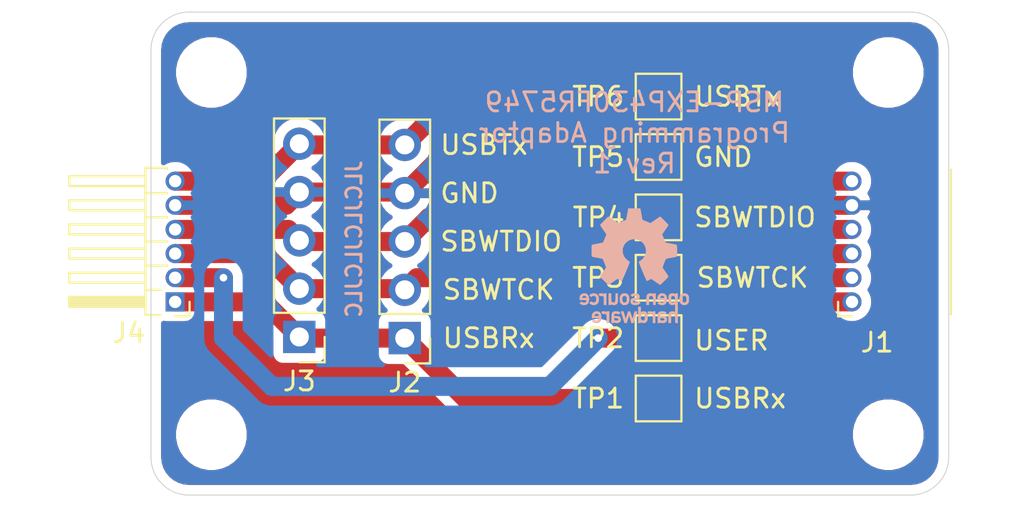
<source format=kicad_pcb>
(kicad_pcb (version 20171130) (host pcbnew "(5.1.9)-1")

  (general
    (thickness 1.6)
    (drawings 21)
    (tracks 51)
    (zones 0)
    (modules 15)
    (nets 7)
  )

  (page A4)
  (layers
    (0 F.Cu signal)
    (31 B.Cu signal)
    (32 B.Adhes user)
    (33 F.Adhes user)
    (34 B.Paste user)
    (35 F.Paste user)
    (36 B.SilkS user)
    (37 F.SilkS user)
    (38 B.Mask user)
    (39 F.Mask user)
    (40 Dwgs.User user)
    (41 Cmts.User user)
    (42 Eco1.User user)
    (43 Eco2.User user)
    (44 Edge.Cuts user)
    (45 Margin user)
    (46 B.CrtYd user)
    (47 F.CrtYd user)
    (48 B.Fab user hide)
    (49 F.Fab user)
  )

  (setup
    (last_trace_width 0.25)
    (user_trace_width 1)
    (trace_clearance 0.2)
    (zone_clearance 0.508)
    (zone_45_only no)
    (trace_min 0.2)
    (via_size 0.8)
    (via_drill 0.4)
    (via_min_size 0.4)
    (via_min_drill 0.3)
    (uvia_size 0.3)
    (uvia_drill 0.1)
    (uvias_allowed no)
    (uvia_min_size 0.2)
    (uvia_min_drill 0.1)
    (edge_width 0.05)
    (segment_width 0.2)
    (pcb_text_width 0.3)
    (pcb_text_size 1.5 1.5)
    (mod_edge_width 0.12)
    (mod_text_size 1 1)
    (mod_text_width 0.15)
    (pad_size 1.524 1.524)
    (pad_drill 0.762)
    (pad_to_mask_clearance 0)
    (aux_axis_origin 0 0)
    (visible_elements 7FFFFFFF)
    (pcbplotparams
      (layerselection 0x010fc_ffffffff)
      (usegerberextensions false)
      (usegerberattributes true)
      (usegerberadvancedattributes true)
      (creategerberjobfile true)
      (excludeedgelayer true)
      (linewidth 0.100000)
      (plotframeref false)
      (viasonmask false)
      (mode 1)
      (useauxorigin false)
      (hpglpennumber 1)
      (hpglpenspeed 20)
      (hpglpendiameter 15.000000)
      (psnegative false)
      (psa4output false)
      (plotreference true)
      (plotvalue true)
      (plotinvisibletext false)
      (padsonsilk false)
      (subtractmaskfromsilk false)
      (outputformat 1)
      (mirror false)
      (drillshape 0)
      (scaleselection 1)
      (outputdirectory "programmer_converter_export/"))
  )

  (net 0 "")
  (net 1 USBRx)
  (net 2 USER)
  (net 3 SBWTCK)
  (net 4 SBWTDIO)
  (net 5 GND)
  (net 6 USBTx)

  (net_class Default "This is the default net class."
    (clearance 0.2)
    (trace_width 0.25)
    (via_dia 0.8)
    (via_drill 0.4)
    (uvia_dia 0.3)
    (uvia_drill 0.1)
    (add_net GND)
    (add_net SBWTCK)
    (add_net SBWTDIO)
    (add_net USBRx)
    (add_net USBTx)
    (add_net USER)
  )

  (module Connector_PinHeader_1.27mm:PinHeader_1x06_P1.27mm_Horizontal (layer F.Cu) (tedit 59FED6E3) (tstamp 6186764A)
    (at 1.27 15.24 180)
    (descr "Through hole angled pin header, 1x06, 1.27mm pitch, 4.0mm pin length, single row")
    (tags "Through hole angled pin header THT 1x06 1.27mm single row")
    (path /619BF098)
    (fp_text reference J4 (at 2.4325 -1.635) (layer F.SilkS)
      (effects (font (size 1 1) (thickness 0.15)))
    )
    (fp_text value Conn_01x06_Male (at 2.4325 7.985) (layer F.Fab)
      (effects (font (size 1 1) (thickness 0.15)))
    )
    (fp_line (start 6 -1.15) (end -1.15 -1.15) (layer F.CrtYd) (width 0.05))
    (fp_line (start 6 7.5) (end 6 -1.15) (layer F.CrtYd) (width 0.05))
    (fp_line (start -1.15 7.5) (end 6 7.5) (layer F.CrtYd) (width 0.05))
    (fp_line (start -1.15 -1.15) (end -1.15 7.5) (layer F.CrtYd) (width 0.05))
    (fp_line (start -0.76 -0.76) (end 0 -0.76) (layer F.SilkS) (width 0.12))
    (fp_line (start -0.76 0) (end -0.76 -0.76) (layer F.SilkS) (width 0.12))
    (fp_line (start 5.56 6.61) (end 1.56 6.61) (layer F.SilkS) (width 0.12))
    (fp_line (start 5.56 6.09) (end 5.56 6.61) (layer F.SilkS) (width 0.12))
    (fp_line (start 1.56 6.09) (end 5.56 6.09) (layer F.SilkS) (width 0.12))
    (fp_line (start 0.44 5.699677) (end 0.44 5.730323) (layer F.SilkS) (width 0.12))
    (fp_line (start 0.44 5.715) (end 1.56 5.715) (layer F.SilkS) (width 0.12))
    (fp_line (start 5.56 5.34) (end 1.56 5.34) (layer F.SilkS) (width 0.12))
    (fp_line (start 5.56 4.82) (end 5.56 5.34) (layer F.SilkS) (width 0.12))
    (fp_line (start 1.56 4.82) (end 5.56 4.82) (layer F.SilkS) (width 0.12))
    (fp_line (start 0.44 4.429677) (end 0.44 4.460323) (layer F.SilkS) (width 0.12))
    (fp_line (start 0.44 4.445) (end 1.56 4.445) (layer F.SilkS) (width 0.12))
    (fp_line (start 5.56 4.07) (end 1.56 4.07) (layer F.SilkS) (width 0.12))
    (fp_line (start 5.56 3.55) (end 5.56 4.07) (layer F.SilkS) (width 0.12))
    (fp_line (start 1.56 3.55) (end 5.56 3.55) (layer F.SilkS) (width 0.12))
    (fp_line (start 0.44 3.159677) (end 0.44 3.190323) (layer F.SilkS) (width 0.12))
    (fp_line (start 0.44 3.175) (end 1.56 3.175) (layer F.SilkS) (width 0.12))
    (fp_line (start 5.56 2.8) (end 1.56 2.8) (layer F.SilkS) (width 0.12))
    (fp_line (start 5.56 2.28) (end 5.56 2.8) (layer F.SilkS) (width 0.12))
    (fp_line (start 1.56 2.28) (end 5.56 2.28) (layer F.SilkS) (width 0.12))
    (fp_line (start 0.44 1.889677) (end 0.44 1.920323) (layer F.SilkS) (width 0.12))
    (fp_line (start 0.44 1.905) (end 1.56 1.905) (layer F.SilkS) (width 0.12))
    (fp_line (start 5.56 1.53) (end 1.56 1.53) (layer F.SilkS) (width 0.12))
    (fp_line (start 5.56 1.01) (end 5.56 1.53) (layer F.SilkS) (width 0.12))
    (fp_line (start 1.56 1.01) (end 5.56 1.01) (layer F.SilkS) (width 0.12))
    (fp_line (start 0.76 0.635) (end 1.56 0.635) (layer F.SilkS) (width 0.12))
    (fp_line (start 1.56 0.16) (end 5.56 0.16) (layer F.SilkS) (width 0.12))
    (fp_line (start 1.56 0.04) (end 5.56 0.04) (layer F.SilkS) (width 0.12))
    (fp_line (start 1.56 -0.08) (end 5.56 -0.08) (layer F.SilkS) (width 0.12))
    (fp_line (start 1.56 -0.2) (end 5.56 -0.2) (layer F.SilkS) (width 0.12))
    (fp_line (start 5.56 0.26) (end 1.56 0.26) (layer F.SilkS) (width 0.12))
    (fp_line (start 5.56 -0.26) (end 5.56 0.26) (layer F.SilkS) (width 0.12))
    (fp_line (start 1.56 -0.26) (end 5.56 -0.26) (layer F.SilkS) (width 0.12))
    (fp_line (start 0.44 7.045) (end 0.44 6.969677) (layer F.SilkS) (width 0.12))
    (fp_line (start 1.56 7.045) (end 0.44 7.045) (layer F.SilkS) (width 0.12))
    (fp_line (start 1.56 -0.695) (end 1.56 7.045) (layer F.SilkS) (width 0.12))
    (fp_line (start 0.76 -0.695) (end 1.56 -0.695) (layer F.SilkS) (width 0.12))
    (fp_line (start 1.5 6.55) (end 5.5 6.55) (layer F.Fab) (width 0.1))
    (fp_line (start 5.5 6.15) (end 5.5 6.55) (layer F.Fab) (width 0.1))
    (fp_line (start 1.5 6.15) (end 5.5 6.15) (layer F.Fab) (width 0.1))
    (fp_line (start -0.2 6.55) (end 0.5 6.55) (layer F.Fab) (width 0.1))
    (fp_line (start -0.2 6.15) (end -0.2 6.55) (layer F.Fab) (width 0.1))
    (fp_line (start -0.2 6.15) (end 0.5 6.15) (layer F.Fab) (width 0.1))
    (fp_line (start 1.5 5.28) (end 5.5 5.28) (layer F.Fab) (width 0.1))
    (fp_line (start 5.5 4.88) (end 5.5 5.28) (layer F.Fab) (width 0.1))
    (fp_line (start 1.5 4.88) (end 5.5 4.88) (layer F.Fab) (width 0.1))
    (fp_line (start -0.2 5.28) (end 0.5 5.28) (layer F.Fab) (width 0.1))
    (fp_line (start -0.2 4.88) (end -0.2 5.28) (layer F.Fab) (width 0.1))
    (fp_line (start -0.2 4.88) (end 0.5 4.88) (layer F.Fab) (width 0.1))
    (fp_line (start 1.5 4.01) (end 5.5 4.01) (layer F.Fab) (width 0.1))
    (fp_line (start 5.5 3.61) (end 5.5 4.01) (layer F.Fab) (width 0.1))
    (fp_line (start 1.5 3.61) (end 5.5 3.61) (layer F.Fab) (width 0.1))
    (fp_line (start -0.2 4.01) (end 0.5 4.01) (layer F.Fab) (width 0.1))
    (fp_line (start -0.2 3.61) (end -0.2 4.01) (layer F.Fab) (width 0.1))
    (fp_line (start -0.2 3.61) (end 0.5 3.61) (layer F.Fab) (width 0.1))
    (fp_line (start 1.5 2.74) (end 5.5 2.74) (layer F.Fab) (width 0.1))
    (fp_line (start 5.5 2.34) (end 5.5 2.74) (layer F.Fab) (width 0.1))
    (fp_line (start 1.5 2.34) (end 5.5 2.34) (layer F.Fab) (width 0.1))
    (fp_line (start -0.2 2.74) (end 0.5 2.74) (layer F.Fab) (width 0.1))
    (fp_line (start -0.2 2.34) (end -0.2 2.74) (layer F.Fab) (width 0.1))
    (fp_line (start -0.2 2.34) (end 0.5 2.34) (layer F.Fab) (width 0.1))
    (fp_line (start 1.5 1.47) (end 5.5 1.47) (layer F.Fab) (width 0.1))
    (fp_line (start 5.5 1.07) (end 5.5 1.47) (layer F.Fab) (width 0.1))
    (fp_line (start 1.5 1.07) (end 5.5 1.07) (layer F.Fab) (width 0.1))
    (fp_line (start -0.2 1.47) (end 0.5 1.47) (layer F.Fab) (width 0.1))
    (fp_line (start -0.2 1.07) (end -0.2 1.47) (layer F.Fab) (width 0.1))
    (fp_line (start -0.2 1.07) (end 0.5 1.07) (layer F.Fab) (width 0.1))
    (fp_line (start 1.5 0.2) (end 5.5 0.2) (layer F.Fab) (width 0.1))
    (fp_line (start 5.5 -0.2) (end 5.5 0.2) (layer F.Fab) (width 0.1))
    (fp_line (start 1.5 -0.2) (end 5.5 -0.2) (layer F.Fab) (width 0.1))
    (fp_line (start -0.2 0.2) (end 0.5 0.2) (layer F.Fab) (width 0.1))
    (fp_line (start -0.2 -0.2) (end -0.2 0.2) (layer F.Fab) (width 0.1))
    (fp_line (start -0.2 -0.2) (end 0.5 -0.2) (layer F.Fab) (width 0.1))
    (fp_line (start 0.5 -0.385) (end 0.75 -0.635) (layer F.Fab) (width 0.1))
    (fp_line (start 0.5 6.985) (end 0.5 -0.385) (layer F.Fab) (width 0.1))
    (fp_line (start 1.5 6.985) (end 0.5 6.985) (layer F.Fab) (width 0.1))
    (fp_line (start 1.5 -0.635) (end 1.5 6.985) (layer F.Fab) (width 0.1))
    (fp_line (start 0.75 -0.635) (end 1.5 -0.635) (layer F.Fab) (width 0.1))
    (fp_text user %R (at 1 3.175 90) (layer F.Fab)
      (effects (font (size 0.6 0.6) (thickness 0.09)))
    )
    (pad 6 thru_hole oval (at 0 6.35 180) (size 1 1) (drill 0.65) (layers *.Cu *.Mask)
      (net 6 USBTx))
    (pad 5 thru_hole oval (at 0 5.08 180) (size 1 1) (drill 0.65) (layers *.Cu *.Mask)
      (net 5 GND))
    (pad 4 thru_hole oval (at 0 3.81 180) (size 1 1) (drill 0.65) (layers *.Cu *.Mask)
      (net 4 SBWTDIO))
    (pad 3 thru_hole oval (at 0 2.54 180) (size 1 1) (drill 0.65) (layers *.Cu *.Mask)
      (net 3 SBWTCK))
    (pad 2 thru_hole oval (at 0 1.27 180) (size 1 1) (drill 0.65) (layers *.Cu *.Mask)
      (net 2 USER))
    (pad 1 thru_hole rect (at 0 0 180) (size 1 1) (drill 0.65) (layers *.Cu *.Mask)
      (net 1 USBRx))
    (model ${KISYS3DMOD}/Connector_PinHeader_1.27mm.3dshapes/PinHeader_1x06_P1.27mm_Horizontal.wrl
      (at (xyz 0 0 0))
      (scale (xyz 1 1 1))
      (rotate (xyz 0 0 0))
    )
  )

  (module Symbol:OSHW-Logo_5.7x6mm_SilkScreen (layer B.Cu) (tedit 0) (tstamp 61866BEA)
    (at 25.4 13.335 180)
    (descr "Open Source Hardware Logo")
    (tags "Logo OSHW")
    (path /619BD026)
    (attr virtual)
    (fp_text reference LOGO1 (at 0 0) (layer B.SilkS) hide
      (effects (font (size 1 1) (thickness 0.15)) (justify mirror))
    )
    (fp_text value Logo_Open_Hardware_Small (at 0.75 0) (layer B.Fab) hide
      (effects (font (size 1 1) (thickness 0.15)) (justify mirror))
    )
    (fp_poly (pts (xy -1.908759 -1.469184) (xy -1.882247 -1.482282) (xy -1.849553 -1.505106) (xy -1.825725 -1.529996)
      (xy -1.809406 -1.561249) (xy -1.79924 -1.603166) (xy -1.793872 -1.660044) (xy -1.791944 -1.736184)
      (xy -1.791831 -1.768917) (xy -1.792161 -1.840656) (xy -1.793527 -1.891927) (xy -1.7965 -1.927404)
      (xy -1.801649 -1.951763) (xy -1.809543 -1.96968) (xy -1.817757 -1.981902) (xy -1.870187 -2.033905)
      (xy -1.93193 -2.065184) (xy -1.998536 -2.074592) (xy -2.065558 -2.06098) (xy -2.086792 -2.051354)
      (xy -2.137624 -2.024859) (xy -2.137624 -2.440052) (xy -2.100525 -2.420868) (xy -2.051643 -2.406025)
      (xy -1.991561 -2.402222) (xy -1.931564 -2.409243) (xy -1.886256 -2.425013) (xy -1.848675 -2.455047)
      (xy -1.816564 -2.498024) (xy -1.81415 -2.502436) (xy -1.803967 -2.523221) (xy -1.79653 -2.54417)
      (xy -1.791411 -2.569548) (xy -1.788181 -2.603618) (xy -1.786413 -2.650641) (xy -1.785677 -2.714882)
      (xy -1.785544 -2.787176) (xy -1.785544 -3.017822) (xy -1.923861 -3.017822) (xy -1.923861 -2.592533)
      (xy -1.962549 -2.559979) (xy -2.002738 -2.53394) (xy -2.040797 -2.529205) (xy -2.079066 -2.541389)
      (xy -2.099462 -2.55332) (xy -2.114642 -2.570313) (xy -2.125438 -2.595995) (xy -2.132683 -2.633991)
      (xy -2.137208 -2.687926) (xy -2.139844 -2.761425) (xy -2.140772 -2.810347) (xy -2.143911 -3.011535)
      (xy -2.209926 -3.015336) (xy -2.27594 -3.019136) (xy -2.27594 -1.77065) (xy -2.137624 -1.77065)
      (xy -2.134097 -1.840254) (xy -2.122215 -1.888569) (xy -2.10002 -1.918631) (xy -2.065559 -1.933471)
      (xy -2.030742 -1.936436) (xy -1.991329 -1.933028) (xy -1.965171 -1.919617) (xy -1.948814 -1.901896)
      (xy -1.935937 -1.882835) (xy -1.928272 -1.861601) (xy -1.924861 -1.831849) (xy -1.924749 -1.787236)
      (xy -1.925897 -1.74988) (xy -1.928532 -1.693604) (xy -1.932456 -1.656658) (xy -1.939063 -1.633223)
      (xy -1.949749 -1.61748) (xy -1.959833 -1.60838) (xy -2.00197 -1.588537) (xy -2.05184 -1.585332)
      (xy -2.080476 -1.592168) (xy -2.108828 -1.616464) (xy -2.127609 -1.663728) (xy -2.136712 -1.733624)
      (xy -2.137624 -1.77065) (xy -2.27594 -1.77065) (xy -2.27594 -1.458614) (xy -2.206782 -1.458614)
      (xy -2.16526 -1.460256) (xy -2.143838 -1.466087) (xy -2.137626 -1.477461) (xy -2.137624 -1.477798)
      (xy -2.134742 -1.488938) (xy -2.12203 -1.487673) (xy -2.096757 -1.475433) (xy -2.037869 -1.456707)
      (xy -1.971615 -1.454739) (xy -1.908759 -1.469184)) (layer B.SilkS) (width 0.01))
    (fp_poly (pts (xy -1.38421 -2.406555) (xy -1.325055 -2.422339) (xy -1.280023 -2.450948) (xy -1.248246 -2.488419)
      (xy -1.238366 -2.504411) (xy -1.231073 -2.521163) (xy -1.225974 -2.542592) (xy -1.222679 -2.572616)
      (xy -1.220797 -2.615154) (xy -1.219937 -2.674122) (xy -1.219707 -2.75344) (xy -1.219703 -2.774484)
      (xy -1.219703 -3.017822) (xy -1.280059 -3.017822) (xy -1.318557 -3.015126) (xy -1.347023 -3.008295)
      (xy -1.354155 -3.004083) (xy -1.373652 -2.996813) (xy -1.393566 -3.004083) (xy -1.426353 -3.01316)
      (xy -1.473978 -3.016813) (xy -1.526764 -3.015228) (xy -1.575036 -3.008589) (xy -1.603218 -3.000072)
      (xy -1.657753 -2.965063) (xy -1.691835 -2.916479) (xy -1.707157 -2.851882) (xy -1.707299 -2.850223)
      (xy -1.705955 -2.821566) (xy -1.584356 -2.821566) (xy -1.573726 -2.854161) (xy -1.55641 -2.872505)
      (xy -1.521652 -2.886379) (xy -1.475773 -2.891917) (xy -1.428988 -2.889191) (xy -1.391514 -2.878274)
      (xy -1.381015 -2.871269) (xy -1.362668 -2.838904) (xy -1.35802 -2.802111) (xy -1.35802 -2.753763)
      (xy -1.427582 -2.753763) (xy -1.493667 -2.75885) (xy -1.543764 -2.773263) (xy -1.574929 -2.795729)
      (xy -1.584356 -2.821566) (xy -1.705955 -2.821566) (xy -1.703987 -2.779647) (xy -1.68071 -2.723845)
      (xy -1.636948 -2.681647) (xy -1.630899 -2.677808) (xy -1.604907 -2.665309) (xy -1.572735 -2.65774)
      (xy -1.52776 -2.654061) (xy -1.474331 -2.653216) (xy -1.35802 -2.653169) (xy -1.35802 -2.604411)
      (xy -1.362953 -2.566581) (xy -1.375543 -2.541236) (xy -1.377017 -2.539887) (xy -1.405034 -2.5288)
      (xy -1.447326 -2.524503) (xy -1.494064 -2.526615) (xy -1.535418 -2.534756) (xy -1.559957 -2.546965)
      (xy -1.573253 -2.556746) (xy -1.587294 -2.558613) (xy -1.606671 -2.5506) (xy -1.635976 -2.530739)
      (xy -1.679803 -2.497063) (xy -1.683825 -2.493909) (xy -1.681764 -2.482236) (xy -1.664568 -2.462822)
      (xy -1.638433 -2.441248) (xy -1.609552 -2.423096) (xy -1.600478 -2.418809) (xy -1.56738 -2.410256)
      (xy -1.51888 -2.404155) (xy -1.464695 -2.401708) (xy -1.462161 -2.401703) (xy -1.38421 -2.406555)) (layer B.SilkS) (width 0.01))
    (fp_poly (pts (xy -0.993356 -2.40302) (xy -0.974539 -2.40866) (xy -0.968473 -2.421053) (xy -0.968218 -2.426647)
      (xy -0.967129 -2.44223) (xy -0.959632 -2.444676) (xy -0.939381 -2.433993) (xy -0.927351 -2.426694)
      (xy -0.8894 -2.411063) (xy -0.844072 -2.403334) (xy -0.796544 -2.40274) (xy -0.751995 -2.408513)
      (xy -0.715602 -2.419884) (xy -0.692543 -2.436088) (xy -0.687996 -2.456355) (xy -0.690291 -2.461843)
      (xy -0.70702 -2.484626) (xy -0.732963 -2.512647) (xy -0.737655 -2.517177) (xy -0.762383 -2.538005)
      (xy -0.783718 -2.544735) (xy -0.813555 -2.540038) (xy -0.825508 -2.536917) (xy -0.862705 -2.529421)
      (xy -0.888859 -2.532792) (xy -0.910946 -2.544681) (xy -0.931178 -2.560635) (xy -0.946079 -2.5807)
      (xy -0.956434 -2.608702) (xy -0.963029 -2.648467) (xy -0.966649 -2.703823) (xy -0.968078 -2.778594)
      (xy -0.968218 -2.82374) (xy -0.968218 -3.017822) (xy -1.09396 -3.017822) (xy -1.09396 -2.401683)
      (xy -1.031089 -2.401683) (xy -0.993356 -2.40302)) (layer B.SilkS) (width 0.01))
    (fp_poly (pts (xy -0.201188 -3.017822) (xy -0.270346 -3.017822) (xy -0.310488 -3.016645) (xy -0.331394 -3.011772)
      (xy -0.338922 -3.001186) (xy -0.339505 -2.994029) (xy -0.340774 -2.979676) (xy -0.348779 -2.976923)
      (xy -0.369815 -2.985771) (xy -0.386173 -2.994029) (xy -0.448977 -3.013597) (xy -0.517248 -3.014729)
      (xy -0.572752 -3.000135) (xy -0.624438 -2.964877) (xy -0.663838 -2.912835) (xy -0.685413 -2.85145)
      (xy -0.685962 -2.848018) (xy -0.689167 -2.810571) (xy -0.690761 -2.756813) (xy -0.690633 -2.716155)
      (xy -0.553279 -2.716155) (xy -0.550097 -2.770194) (xy -0.542859 -2.814735) (xy -0.53306 -2.839888)
      (xy -0.495989 -2.87426) (xy -0.451974 -2.886582) (xy -0.406584 -2.876618) (xy -0.367797 -2.846895)
      (xy -0.353108 -2.826905) (xy -0.344519 -2.80305) (xy -0.340496 -2.76823) (xy -0.339505 -2.71593)
      (xy -0.341278 -2.664139) (xy -0.345963 -2.618634) (xy -0.352603 -2.588181) (xy -0.35371 -2.585452)
      (xy -0.380491 -2.553) (xy -0.419579 -2.535183) (xy -0.463315 -2.532306) (xy -0.504038 -2.544674)
      (xy -0.534087 -2.572593) (xy -0.537204 -2.578148) (xy -0.546961 -2.612022) (xy -0.552277 -2.660728)
      (xy -0.553279 -2.716155) (xy -0.690633 -2.716155) (xy -0.690568 -2.69554) (xy -0.689664 -2.662563)
      (xy -0.683514 -2.580981) (xy -0.670733 -2.51973) (xy -0.649471 -2.474449) (xy -0.617878 -2.440779)
      (xy -0.587207 -2.421014) (xy -0.544354 -2.40712) (xy -0.491056 -2.402354) (xy -0.43648 -2.406236)
      (xy -0.389792 -2.418282) (xy -0.365124 -2.432693) (xy -0.339505 -2.455878) (xy -0.339505 -2.162773)
      (xy -0.201188 -2.162773) (xy -0.201188 -3.017822)) (layer B.SilkS) (width 0.01))
    (fp_poly (pts (xy 0.281524 -2.404237) (xy 0.331255 -2.407971) (xy 0.461291 -2.797773) (xy 0.481678 -2.728614)
      (xy 0.493946 -2.685874) (xy 0.510085 -2.628115) (xy 0.527512 -2.564625) (xy 0.536726 -2.53057)
      (xy 0.571388 -2.401683) (xy 0.714391 -2.401683) (xy 0.671646 -2.536857) (xy 0.650596 -2.603342)
      (xy 0.625167 -2.683539) (xy 0.59861 -2.767193) (xy 0.574902 -2.841782) (xy 0.520902 -3.011535)
      (xy 0.462598 -3.015328) (xy 0.404295 -3.019122) (xy 0.372679 -2.914734) (xy 0.353182 -2.849889)
      (xy 0.331904 -2.7784) (xy 0.313308 -2.715263) (xy 0.312574 -2.71275) (xy 0.298684 -2.669969)
      (xy 0.286429 -2.640779) (xy 0.277846 -2.629741) (xy 0.276082 -2.631018) (xy 0.269891 -2.64813)
      (xy 0.258128 -2.684787) (xy 0.242225 -2.736378) (xy 0.223614 -2.798294) (xy 0.213543 -2.832352)
      (xy 0.159007 -3.017822) (xy 0.043264 -3.017822) (xy -0.049263 -2.725471) (xy -0.075256 -2.643462)
      (xy -0.098934 -2.568987) (xy -0.11918 -2.505544) (xy -0.134874 -2.456632) (xy -0.144898 -2.425749)
      (xy -0.147945 -2.416726) (xy -0.145533 -2.407487) (xy -0.126592 -2.403441) (xy -0.087177 -2.403846)
      (xy -0.081007 -2.404152) (xy -0.007914 -2.407971) (xy 0.039957 -2.58401) (xy 0.057553 -2.648211)
      (xy 0.073277 -2.704649) (xy 0.085746 -2.748422) (xy 0.093574 -2.77463) (xy 0.09502 -2.778903)
      (xy 0.101014 -2.77399) (xy 0.113101 -2.748532) (xy 0.129893 -2.705997) (xy 0.150003 -2.64985)
      (xy 0.167003 -2.59913) (xy 0.231794 -2.400504) (xy 0.281524 -2.404237)) (layer B.SilkS) (width 0.01))
    (fp_poly (pts (xy 1.038411 -2.405417) (xy 1.091411 -2.41829) (xy 1.106731 -2.42511) (xy 1.136428 -2.442974)
      (xy 1.15922 -2.463093) (xy 1.176083 -2.488962) (xy 1.187998 -2.524073) (xy 1.195942 -2.57192)
      (xy 1.200894 -2.635996) (xy 1.203831 -2.719794) (xy 1.204947 -2.775768) (xy 1.209052 -3.017822)
      (xy 1.138932 -3.017822) (xy 1.096393 -3.016038) (xy 1.074476 -3.009942) (xy 1.068812 -2.999706)
      (xy 1.065821 -2.988637) (xy 1.052451 -2.990754) (xy 1.034233 -2.999629) (xy 0.988624 -3.013233)
      (xy 0.930007 -3.016899) (xy 0.868354 -3.010903) (xy 0.813638 -2.995521) (xy 0.80873 -2.993386)
      (xy 0.758723 -2.958255) (xy 0.725756 -2.909419) (xy 0.710587 -2.852333) (xy 0.711746 -2.831824)
      (xy 0.835508 -2.831824) (xy 0.846413 -2.859425) (xy 0.878745 -2.879204) (xy 0.93091 -2.889819)
      (xy 0.958787 -2.891228) (xy 1.005247 -2.88762) (xy 1.036129 -2.873597) (xy 1.043664 -2.866931)
      (xy 1.064076 -2.830666) (xy 1.068812 -2.797773) (xy 1.068812 -2.753763) (xy 1.007513 -2.753763)
      (xy 0.936256 -2.757395) (xy 0.886276 -2.768818) (xy 0.854696 -2.788824) (xy 0.847626 -2.797743)
      (xy 0.835508 -2.831824) (xy 0.711746 -2.831824) (xy 0.713971 -2.792456) (xy 0.736663 -2.735244)
      (xy 0.767624 -2.69658) (xy 0.786376 -2.679864) (xy 0.804733 -2.668878) (xy 0.828619 -2.66218)
      (xy 0.863957 -2.658326) (xy 0.916669 -2.655873) (xy 0.937577 -2.655168) (xy 1.068812 -2.650879)
      (xy 1.06862 -2.611158) (xy 1.063537 -2.569405) (xy 1.045162 -2.544158) (xy 1.008039 -2.52803)
      (xy 1.007043 -2.527742) (xy 0.95441 -2.5214) (xy 0.902906 -2.529684) (xy 0.86463 -2.549827)
      (xy 0.849272 -2.559773) (xy 0.83273 -2.558397) (xy 0.807275 -2.543987) (xy 0.792328 -2.533817)
      (xy 0.763091 -2.512088) (xy 0.74498 -2.4958) (xy 0.742074 -2.491137) (xy 0.75404 -2.467005)
      (xy 0.789396 -2.438185) (xy 0.804753 -2.428461) (xy 0.848901 -2.411714) (xy 0.908398 -2.402227)
      (xy 0.974487 -2.400095) (xy 1.038411 -2.405417)) (layer B.SilkS) (width 0.01))
    (fp_poly (pts (xy 1.635255 -2.401486) (xy 1.683595 -2.411015) (xy 1.711114 -2.425125) (xy 1.740064 -2.448568)
      (xy 1.698876 -2.500571) (xy 1.673482 -2.532064) (xy 1.656238 -2.547428) (xy 1.639102 -2.549776)
      (xy 1.614027 -2.542217) (xy 1.602257 -2.537941) (xy 1.55427 -2.531631) (xy 1.510324 -2.545156)
      (xy 1.47806 -2.57571) (xy 1.472819 -2.585452) (xy 1.467112 -2.611258) (xy 1.462706 -2.658817)
      (xy 1.459811 -2.724758) (xy 1.458631 -2.80571) (xy 1.458614 -2.817226) (xy 1.458614 -3.017822)
      (xy 1.320297 -3.017822) (xy 1.320297 -2.401683) (xy 1.389456 -2.401683) (xy 1.429333 -2.402725)
      (xy 1.450107 -2.407358) (xy 1.457789 -2.417849) (xy 1.458614 -2.427745) (xy 1.458614 -2.453806)
      (xy 1.491745 -2.427745) (xy 1.529735 -2.409965) (xy 1.58077 -2.401174) (xy 1.635255 -2.401486)) (layer B.SilkS) (width 0.01))
    (fp_poly (pts (xy 2.032581 -2.40497) (xy 2.092685 -2.420597) (xy 2.143021 -2.452848) (xy 2.167393 -2.47694)
      (xy 2.207345 -2.533895) (xy 2.230242 -2.599965) (xy 2.238108 -2.681182) (xy 2.238148 -2.687748)
      (xy 2.238218 -2.753763) (xy 1.858264 -2.753763) (xy 1.866363 -2.788342) (xy 1.880987 -2.819659)
      (xy 1.906581 -2.852291) (xy 1.911935 -2.8575) (xy 1.957943 -2.885694) (xy 2.01041 -2.890475)
      (xy 2.070803 -2.871926) (xy 2.08104 -2.866931) (xy 2.112439 -2.851745) (xy 2.13347 -2.843094)
      (xy 2.137139 -2.842293) (xy 2.149948 -2.850063) (xy 2.174378 -2.869072) (xy 2.186779 -2.87946)
      (xy 2.212476 -2.903321) (xy 2.220915 -2.919077) (xy 2.215058 -2.933571) (xy 2.211928 -2.937534)
      (xy 2.190725 -2.954879) (xy 2.155738 -2.975959) (xy 2.131337 -2.988265) (xy 2.062072 -3.009946)
      (xy 1.985388 -3.016971) (xy 1.912765 -3.008647) (xy 1.892426 -3.002686) (xy 1.829476 -2.968952)
      (xy 1.782815 -2.917045) (xy 1.752173 -2.846459) (xy 1.737282 -2.756692) (xy 1.735647 -2.709753)
      (xy 1.740421 -2.641413) (xy 1.86099 -2.641413) (xy 1.872652 -2.646465) (xy 1.903998 -2.650429)
      (xy 1.949571 -2.652768) (xy 1.980446 -2.653169) (xy 2.035981 -2.652783) (xy 2.071033 -2.650975)
      (xy 2.090262 -2.646773) (xy 2.09833 -2.639203) (xy 2.099901 -2.628218) (xy 2.089121 -2.594381)
      (xy 2.06198 -2.56094) (xy 2.026277 -2.535272) (xy 1.99056 -2.524772) (xy 1.942048 -2.534086)
      (xy 1.900053 -2.561013) (xy 1.870936 -2.599827) (xy 1.86099 -2.641413) (xy 1.740421 -2.641413)
      (xy 1.742599 -2.610236) (xy 1.764055 -2.530949) (xy 1.80047 -2.471263) (xy 1.852297 -2.430549)
      (xy 1.91999 -2.408179) (xy 1.956662 -2.403871) (xy 2.032581 -2.40497)) (layer B.SilkS) (width 0.01))
    (fp_poly (pts (xy -2.538261 -1.465148) (xy -2.472479 -1.494231) (xy -2.42254 -1.542793) (xy -2.388374 -1.610908)
      (xy -2.369907 -1.698651) (xy -2.368583 -1.712351) (xy -2.367546 -1.808939) (xy -2.380993 -1.893602)
      (xy -2.408108 -1.962221) (xy -2.422627 -1.984294) (xy -2.473201 -2.031011) (xy -2.537609 -2.061268)
      (xy -2.609666 -2.073824) (xy -2.683185 -2.067439) (xy -2.739072 -2.047772) (xy -2.787132 -2.014629)
      (xy -2.826412 -1.971175) (xy -2.827092 -1.970158) (xy -2.843044 -1.943338) (xy -2.85341 -1.916368)
      (xy -2.859688 -1.882332) (xy -2.863373 -1.83431) (xy -2.864997 -1.794931) (xy -2.865672 -1.759219)
      (xy -2.739955 -1.759219) (xy -2.738726 -1.79477) (xy -2.734266 -1.842094) (xy -2.726397 -1.872465)
      (xy -2.712207 -1.894072) (xy -2.698917 -1.906694) (xy -2.651802 -1.933122) (xy -2.602505 -1.936653)
      (xy -2.556593 -1.917639) (xy -2.533638 -1.896331) (xy -2.517096 -1.874859) (xy -2.507421 -1.854313)
      (xy -2.503174 -1.827574) (xy -2.50292 -1.787523) (xy -2.504228 -1.750638) (xy -2.507043 -1.697947)
      (xy -2.511505 -1.663772) (xy -2.519548 -1.64148) (xy -2.533103 -1.624442) (xy -2.543845 -1.614703)
      (xy -2.588777 -1.589123) (xy -2.637249 -1.587847) (xy -2.677894 -1.602999) (xy -2.712567 -1.634642)
      (xy -2.733224 -1.68662) (xy -2.739955 -1.759219) (xy -2.865672 -1.759219) (xy -2.866479 -1.716621)
      (xy -2.863948 -1.658056) (xy -2.856362 -1.614007) (xy -2.842681 -1.579248) (xy -2.821865 -1.548551)
      (xy -2.814147 -1.539436) (xy -2.765889 -1.494021) (xy -2.714128 -1.467493) (xy -2.650828 -1.456379)
      (xy -2.619961 -1.455471) (xy -2.538261 -1.465148)) (layer B.SilkS) (width 0.01))
    (fp_poly (pts (xy -1.356699 -1.472614) (xy -1.344168 -1.478514) (xy -1.300799 -1.510283) (xy -1.25979 -1.556646)
      (xy -1.229168 -1.607696) (xy -1.220459 -1.631166) (xy -1.212512 -1.673091) (xy -1.207774 -1.723757)
      (xy -1.207199 -1.744679) (xy -1.207129 -1.810693) (xy -1.587083 -1.810693) (xy -1.578983 -1.845273)
      (xy -1.559104 -1.88617) (xy -1.524347 -1.921514) (xy -1.482998 -1.944282) (xy -1.456649 -1.94901)
      (xy -1.420916 -1.943273) (xy -1.378282 -1.928882) (xy -1.363799 -1.922262) (xy -1.31024 -1.895513)
      (xy -1.264533 -1.930376) (xy -1.238158 -1.953955) (xy -1.224124 -1.973417) (xy -1.223414 -1.979129)
      (xy -1.235951 -1.992973) (xy -1.263428 -2.014012) (xy -1.288366 -2.030425) (xy -1.355664 -2.05993)
      (xy -1.43111 -2.073284) (xy -1.505888 -2.069812) (xy -1.565495 -2.051663) (xy -1.626941 -2.012784)
      (xy -1.670608 -1.961595) (xy -1.697926 -1.895367) (xy -1.710322 -1.811371) (xy -1.711421 -1.772936)
      (xy -1.707022 -1.684861) (xy -1.706482 -1.682299) (xy -1.580582 -1.682299) (xy -1.577115 -1.690558)
      (xy -1.562863 -1.695113) (xy -1.53347 -1.697065) (xy -1.484575 -1.697517) (xy -1.465748 -1.697525)
      (xy -1.408467 -1.696843) (xy -1.372141 -1.694364) (xy -1.352604 -1.689443) (xy -1.34569 -1.681434)
      (xy -1.345445 -1.678862) (xy -1.353336 -1.658423) (xy -1.373085 -1.629789) (xy -1.381575 -1.619763)
      (xy -1.413094 -1.591408) (xy -1.445949 -1.580259) (xy -1.463651 -1.579327) (xy -1.511539 -1.590981)
      (xy -1.551699 -1.622285) (xy -1.577173 -1.667752) (xy -1.577625 -1.669233) (xy -1.580582 -1.682299)
      (xy -1.706482 -1.682299) (xy -1.692392 -1.61551) (xy -1.666038 -1.560025) (xy -1.633807 -1.520639)
      (xy -1.574217 -1.477931) (xy -1.504168 -1.455109) (xy -1.429661 -1.453046) (xy -1.356699 -1.472614)) (layer B.SilkS) (width 0.01))
    (fp_poly (pts (xy 0.014017 -1.456452) (xy 0.061634 -1.465482) (xy 0.111034 -1.48437) (xy 0.116312 -1.486777)
      (xy 0.153774 -1.506476) (xy 0.179717 -1.524781) (xy 0.188103 -1.536508) (xy 0.180117 -1.555632)
      (xy 0.16072 -1.58385) (xy 0.15211 -1.594384) (xy 0.116628 -1.635847) (xy 0.070885 -1.608858)
      (xy 0.02735 -1.590878) (xy -0.02295 -1.581267) (xy -0.071188 -1.58066) (xy -0.108533 -1.589691)
      (xy -0.117495 -1.595327) (xy -0.134563 -1.621171) (xy -0.136637 -1.650941) (xy -0.123866 -1.674197)
      (xy -0.116312 -1.678708) (xy -0.093675 -1.684309) (xy -0.053885 -1.690892) (xy -0.004834 -1.697183)
      (xy 0.004215 -1.69817) (xy 0.082996 -1.711798) (xy 0.140136 -1.734946) (xy 0.17803 -1.769752)
      (xy 0.199079 -1.818354) (xy 0.205635 -1.877718) (xy 0.196577 -1.945198) (xy 0.167164 -1.998188)
      (xy 0.117278 -2.036783) (xy 0.0468 -2.061081) (xy -0.031435 -2.070667) (xy -0.095234 -2.070552)
      (xy -0.146984 -2.061845) (xy -0.182327 -2.049825) (xy -0.226983 -2.02888) (xy -0.268253 -2.004574)
      (xy -0.282921 -1.993876) (xy -0.320643 -1.963084) (xy -0.275148 -1.917049) (xy -0.229653 -1.871013)
      (xy -0.177928 -1.905243) (xy -0.126048 -1.930952) (xy -0.070649 -1.944399) (xy -0.017395 -1.945818)
      (xy 0.028049 -1.935443) (xy 0.060016 -1.913507) (xy 0.070338 -1.894998) (xy 0.068789 -1.865314)
      (xy 0.04314 -1.842615) (xy -0.00654 -1.82694) (xy -0.060969 -1.819695) (xy -0.144736 -1.805873)
      (xy -0.206967 -1.779796) (xy -0.248493 -1.740699) (xy -0.270147 -1.68782) (xy -0.273147 -1.625126)
      (xy -0.258329 -1.559642) (xy -0.224546 -1.510144) (xy -0.171495 -1.476408) (xy -0.098874 -1.458207)
      (xy -0.045072 -1.454639) (xy 0.014017 -1.456452)) (layer B.SilkS) (width 0.01))
    (fp_poly (pts (xy 0.610762 -1.466055) (xy 0.674363 -1.500692) (xy 0.724123 -1.555372) (xy 0.747568 -1.599842)
      (xy 0.757634 -1.639121) (xy 0.764156 -1.695116) (xy 0.766951 -1.759621) (xy 0.765836 -1.824429)
      (xy 0.760626 -1.881334) (xy 0.754541 -1.911727) (xy 0.734014 -1.953306) (xy 0.698463 -1.997468)
      (xy 0.655619 -2.036087) (xy 0.613211 -2.061034) (xy 0.612177 -2.06143) (xy 0.559553 -2.072331)
      (xy 0.497188 -2.072601) (xy 0.437924 -2.062676) (xy 0.41504 -2.054722) (xy 0.356102 -2.0213)
      (xy 0.31389 -1.977511) (xy 0.286156 -1.919538) (xy 0.270651 -1.843565) (xy 0.267143 -1.803771)
      (xy 0.26759 -1.753766) (xy 0.402376 -1.753766) (xy 0.406917 -1.826732) (xy 0.419986 -1.882334)
      (xy 0.440756 -1.917861) (xy 0.455552 -1.92802) (xy 0.493464 -1.935104) (xy 0.538527 -1.933007)
      (xy 0.577487 -1.922812) (xy 0.587704 -1.917204) (xy 0.614659 -1.884538) (xy 0.632451 -1.834545)
      (xy 0.640024 -1.773705) (xy 0.636325 -1.708497) (xy 0.628057 -1.669253) (xy 0.60432 -1.623805)
      (xy 0.566849 -1.595396) (xy 0.52172 -1.585573) (xy 0.475011 -1.595887) (xy 0.439132 -1.621112)
      (xy 0.420277 -1.641925) (xy 0.409272 -1.662439) (xy 0.404026 -1.690203) (xy 0.402449 -1.732762)
      (xy 0.402376 -1.753766) (xy 0.26759 -1.753766) (xy 0.268094 -1.69758) (xy 0.285388 -1.610501)
      (xy 0.319029 -1.54253) (xy 0.369018 -1.493664) (xy 0.435356 -1.463899) (xy 0.449601 -1.460448)
      (xy 0.53521 -1.452345) (xy 0.610762 -1.466055)) (layer B.SilkS) (width 0.01))
    (fp_poly (pts (xy 0.993367 -1.654342) (xy 0.994555 -1.746563) (xy 0.998897 -1.81661) (xy 1.007558 -1.867381)
      (xy 1.021704 -1.901772) (xy 1.0425 -1.922679) (xy 1.07111 -1.933) (xy 1.106535 -1.935636)
      (xy 1.143636 -1.932682) (xy 1.171818 -1.921889) (xy 1.192243 -1.90036) (xy 1.206079 -1.865199)
      (xy 1.214491 -1.81351) (xy 1.218643 -1.742394) (xy 1.219703 -1.654342) (xy 1.219703 -1.458614)
      (xy 1.35802 -1.458614) (xy 1.35802 -2.062179) (xy 1.288862 -2.062179) (xy 1.24717 -2.060489)
      (xy 1.225701 -2.054556) (xy 1.219703 -2.043293) (xy 1.216091 -2.033261) (xy 1.201714 -2.035383)
      (xy 1.172736 -2.04958) (xy 1.106319 -2.07148) (xy 1.035875 -2.069928) (xy 0.968377 -2.046147)
      (xy 0.936233 -2.027362) (xy 0.911715 -2.007022) (xy 0.893804 -1.981573) (xy 0.881479 -1.947458)
      (xy 0.873723 -1.901121) (xy 0.869516 -1.839007) (xy 0.86784 -1.757561) (xy 0.867624 -1.694578)
      (xy 0.867624 -1.458614) (xy 0.993367 -1.458614) (xy 0.993367 -1.654342)) (layer B.SilkS) (width 0.01))
    (fp_poly (pts (xy 2.217226 -1.46388) (xy 2.29008 -1.49483) (xy 2.313027 -1.509895) (xy 2.342354 -1.533048)
      (xy 2.360764 -1.551253) (xy 2.363961 -1.557183) (xy 2.354935 -1.57034) (xy 2.331837 -1.592667)
      (xy 2.313344 -1.60825) (xy 2.262728 -1.648926) (xy 2.22276 -1.615295) (xy 2.191874 -1.593584)
      (xy 2.161759 -1.58609) (xy 2.127292 -1.58792) (xy 2.072561 -1.601528) (xy 2.034886 -1.629772)
      (xy 2.011991 -1.675433) (xy 2.001597 -1.741289) (xy 2.001595 -1.741331) (xy 2.002494 -1.814939)
      (xy 2.016463 -1.868946) (xy 2.044328 -1.905716) (xy 2.063325 -1.918168) (xy 2.113776 -1.933673)
      (xy 2.167663 -1.933683) (xy 2.214546 -1.918638) (xy 2.225644 -1.911287) (xy 2.253476 -1.892511)
      (xy 2.275236 -1.889434) (xy 2.298704 -1.903409) (xy 2.324649 -1.92851) (xy 2.365716 -1.97088)
      (xy 2.320121 -2.008464) (xy 2.249674 -2.050882) (xy 2.170233 -2.071785) (xy 2.087215 -2.070272)
      (xy 2.032694 -2.056411) (xy 1.96897 -2.022135) (xy 1.918005 -1.968212) (xy 1.894851 -1.930149)
      (xy 1.876099 -1.875536) (xy 1.866715 -1.806369) (xy 1.866643 -1.731407) (xy 1.875824 -1.659409)
      (xy 1.894199 -1.599137) (xy 1.897093 -1.592958) (xy 1.939952 -1.532351) (xy 1.997979 -1.488224)
      (xy 2.066591 -1.461493) (xy 2.141201 -1.453073) (xy 2.217226 -1.46388)) (layer B.SilkS) (width 0.01))
    (fp_poly (pts (xy 2.677898 -1.456457) (xy 2.710096 -1.464279) (xy 2.771825 -1.492921) (xy 2.82461 -1.536667)
      (xy 2.861141 -1.589117) (xy 2.86616 -1.600893) (xy 2.873045 -1.63174) (xy 2.877864 -1.677371)
      (xy 2.879505 -1.723492) (xy 2.879505 -1.810693) (xy 2.697178 -1.810693) (xy 2.621979 -1.810978)
      (xy 2.569003 -1.812704) (xy 2.535325 -1.817181) (xy 2.51802 -1.82572) (xy 2.514163 -1.83963)
      (xy 2.520829 -1.860222) (xy 2.53277 -1.884315) (xy 2.56608 -1.924525) (xy 2.612368 -1.944558)
      (xy 2.668944 -1.943905) (xy 2.733031 -1.922101) (xy 2.788417 -1.895193) (xy 2.834375 -1.931532)
      (xy 2.880333 -1.967872) (xy 2.837096 -2.007819) (xy 2.779374 -2.045563) (xy 2.708386 -2.06832)
      (xy 2.632029 -2.074688) (xy 2.558199 -2.063268) (xy 2.546287 -2.059393) (xy 2.481399 -2.025506)
      (xy 2.43313 -1.974986) (xy 2.400465 -1.906325) (xy 2.382385 -1.818014) (xy 2.382175 -1.816121)
      (xy 2.380556 -1.719878) (xy 2.3871 -1.685542) (xy 2.514852 -1.685542) (xy 2.526584 -1.690822)
      (xy 2.558438 -1.694867) (xy 2.605397 -1.697176) (xy 2.635154 -1.697525) (xy 2.690648 -1.697306)
      (xy 2.725346 -1.695916) (xy 2.743601 -1.692251) (xy 2.749766 -1.68521) (xy 2.748195 -1.67369)
      (xy 2.746878 -1.669233) (xy 2.724382 -1.627355) (xy 2.689003 -1.593604) (xy 2.65778 -1.578773)
      (xy 2.616301 -1.579668) (xy 2.574269 -1.598164) (xy 2.539012 -1.628786) (xy 2.517854 -1.666062)
      (xy 2.514852 -1.685542) (xy 2.3871 -1.685542) (xy 2.39669 -1.635229) (xy 2.428698 -1.564191)
      (xy 2.474701 -1.508779) (xy 2.532821 -1.471009) (xy 2.60118 -1.452896) (xy 2.677898 -1.456457)) (layer B.SilkS) (width 0.01))
    (fp_poly (pts (xy -0.754012 -1.469002) (xy -0.722717 -1.48395) (xy -0.692409 -1.505541) (xy -0.669318 -1.530391)
      (xy -0.6525 -1.562087) (xy -0.641006 -1.604214) (xy -0.633891 -1.660358) (xy -0.630207 -1.734106)
      (xy -0.629008 -1.829044) (xy -0.628989 -1.838985) (xy -0.628713 -2.062179) (xy -0.76703 -2.062179)
      (xy -0.76703 -1.856418) (xy -0.767128 -1.780189) (xy -0.767809 -1.724939) (xy -0.769651 -1.686501)
      (xy -0.773233 -1.660706) (xy -0.779132 -1.643384) (xy -0.787927 -1.630368) (xy -0.80018 -1.617507)
      (xy -0.843047 -1.589873) (xy -0.889843 -1.584745) (xy -0.934424 -1.602217) (xy -0.949928 -1.615221)
      (xy -0.96131 -1.627447) (xy -0.969481 -1.64054) (xy -0.974974 -1.658615) (xy -0.97832 -1.685787)
      (xy -0.980051 -1.72617) (xy -0.980697 -1.783879) (xy -0.980792 -1.854132) (xy -0.980792 -2.062179)
      (xy -1.119109 -2.062179) (xy -1.119109 -1.458614) (xy -1.04995 -1.458614) (xy -1.008428 -1.460256)
      (xy -0.987006 -1.466087) (xy -0.980795 -1.477461) (xy -0.980792 -1.477798) (xy -0.97791 -1.488938)
      (xy -0.965199 -1.487674) (xy -0.939926 -1.475434) (xy -0.882605 -1.457424) (xy -0.817037 -1.455421)
      (xy -0.754012 -1.469002)) (layer B.SilkS) (width 0.01))
    (fp_poly (pts (xy 1.79946 -1.45803) (xy 1.842711 -1.471245) (xy 1.870558 -1.487941) (xy 1.879629 -1.501145)
      (xy 1.877132 -1.516797) (xy 1.860931 -1.541385) (xy 1.847232 -1.5588) (xy 1.818992 -1.590283)
      (xy 1.797775 -1.603529) (xy 1.779688 -1.602664) (xy 1.726035 -1.58901) (xy 1.68663 -1.58963)
      (xy 1.654632 -1.605104) (xy 1.64389 -1.614161) (xy 1.609505 -1.646027) (xy 1.609505 -2.062179)
      (xy 1.471188 -2.062179) (xy 1.471188 -1.458614) (xy 1.540347 -1.458614) (xy 1.581869 -1.460256)
      (xy 1.603291 -1.466087) (xy 1.609502 -1.477461) (xy 1.609505 -1.477798) (xy 1.612439 -1.489713)
      (xy 1.625704 -1.488159) (xy 1.644084 -1.479563) (xy 1.682046 -1.463568) (xy 1.712872 -1.453945)
      (xy 1.752536 -1.451478) (xy 1.79946 -1.45803)) (layer B.SilkS) (width 0.01))
    (fp_poly (pts (xy 0.376964 2.709982) (xy 0.433812 2.40843) (xy 0.853338 2.235488) (xy 1.104984 2.406605)
      (xy 1.175458 2.45425) (xy 1.239163 2.49679) (xy 1.293126 2.532285) (xy 1.334373 2.55879)
      (xy 1.359934 2.574364) (xy 1.366895 2.577722) (xy 1.379435 2.569086) (xy 1.406231 2.545208)
      (xy 1.44428 2.509141) (xy 1.490579 2.463933) (xy 1.542123 2.412636) (xy 1.595909 2.358299)
      (xy 1.648935 2.303972) (xy 1.698195 2.252705) (xy 1.740687 2.207549) (xy 1.773407 2.171554)
      (xy 1.793351 2.14777) (xy 1.798119 2.13981) (xy 1.791257 2.125135) (xy 1.77202 2.092986)
      (xy 1.74243 2.046508) (xy 1.70451 1.988844) (xy 1.660282 1.92314) (xy 1.634654 1.885664)
      (xy 1.587941 1.817232) (xy 1.546432 1.75548) (xy 1.51214 1.703481) (xy 1.48708 1.664308)
      (xy 1.473264 1.641035) (xy 1.471188 1.636145) (xy 1.475895 1.622245) (xy 1.488723 1.58985)
      (xy 1.507738 1.543515) (xy 1.531003 1.487794) (xy 1.556584 1.427242) (xy 1.582545 1.366414)
      (xy 1.60695 1.309864) (xy 1.627863 1.262148) (xy 1.643349 1.227819) (xy 1.651472 1.211432)
      (xy 1.651952 1.210788) (xy 1.664707 1.207659) (xy 1.698677 1.200679) (xy 1.75034 1.190533)
      (xy 1.816176 1.177908) (xy 1.892664 1.163491) (xy 1.93729 1.155177) (xy 2.019021 1.139616)
      (xy 2.092843 1.124808) (xy 2.155021 1.111564) (xy 2.201822 1.100695) (xy 2.229509 1.093011)
      (xy 2.235074 1.090573) (xy 2.240526 1.07407) (xy 2.244924 1.0368) (xy 2.248272 0.98312)
      (xy 2.250574 0.917388) (xy 2.251832 0.843963) (xy 2.252048 0.767204) (xy 2.251227 0.691468)
      (xy 2.249371 0.621114) (xy 2.246482 0.5605) (xy 2.242565 0.513984) (xy 2.237622 0.485925)
      (xy 2.234657 0.480084) (xy 2.216934 0.473083) (xy 2.179381 0.463073) (xy 2.126964 0.451231)
      (xy 2.064652 0.438733) (xy 2.0429 0.43469) (xy 1.938024 0.41548) (xy 1.85518 0.400009)
      (xy 1.79163 0.387663) (xy 1.744637 0.377827) (xy 1.711463 0.369886) (xy 1.689371 0.363224)
      (xy 1.675624 0.357227) (xy 1.667484 0.351281) (xy 1.666345 0.350106) (xy 1.654977 0.331174)
      (xy 1.637635 0.294331) (xy 1.61605 0.244087) (xy 1.591954 0.184954) (xy 1.567079 0.121444)
      (xy 1.543157 0.058068) (xy 1.521919 -0.000662) (xy 1.505097 -0.050235) (xy 1.494422 -0.086139)
      (xy 1.491627 -0.103862) (xy 1.49186 -0.104483) (xy 1.501331 -0.11897) (xy 1.522818 -0.150844)
      (xy 1.554063 -0.196789) (xy 1.592807 -0.253485) (xy 1.636793 -0.317617) (xy 1.649319 -0.335842)
      (xy 1.693984 -0.401914) (xy 1.733288 -0.4622) (xy 1.765088 -0.513235) (xy 1.787245 -0.55156)
      (xy 1.797617 -0.573711) (xy 1.798119 -0.576432) (xy 1.789405 -0.590736) (xy 1.765325 -0.619072)
      (xy 1.728976 -0.658396) (xy 1.683453 -0.705661) (xy 1.631852 -0.757823) (xy 1.577267 -0.811835)
      (xy 1.522794 -0.864653) (xy 1.471529 -0.913231) (xy 1.426567 -0.954523) (xy 1.391004 -0.985485)
      (xy 1.367935 -1.00307) (xy 1.361554 -1.005941) (xy 1.346699 -0.999178) (xy 1.316286 -0.980939)
      (xy 1.275268 -0.954297) (xy 1.243709 -0.932852) (xy 1.186525 -0.893503) (xy 1.118806 -0.847171)
      (xy 1.05088 -0.800913) (xy 1.014361 -0.776155) (xy 0.890752 -0.692547) (xy 0.786991 -0.74865)
      (xy 0.73972 -0.773228) (xy 0.699523 -0.792331) (xy 0.672326 -0.803227) (xy 0.665402 -0.804743)
      (xy 0.657077 -0.793549) (xy 0.640654 -0.761917) (xy 0.617357 -0.712765) (xy 0.588414 -0.64901)
      (xy 0.55505 -0.573571) (xy 0.518491 -0.489364) (xy 0.479964 -0.399308) (xy 0.440694 -0.306321)
      (xy 0.401908 -0.21332) (xy 0.36483 -0.123223) (xy 0.330689 -0.038948) (xy 0.300708 0.036587)
      (xy 0.276116 0.100466) (xy 0.258136 0.149769) (xy 0.247997 0.181579) (xy 0.246366 0.192504)
      (xy 0.259291 0.206439) (xy 0.287589 0.22906) (xy 0.325346 0.255667) (xy 0.328515 0.257772)
      (xy 0.4261 0.335886) (xy 0.504786 0.427018) (xy 0.563891 0.528255) (xy 0.602732 0.636682)
      (xy 0.620628 0.749386) (xy 0.616897 0.863452) (xy 0.590857 0.975966) (xy 0.541825 1.084015)
      (xy 0.5274 1.107655) (xy 0.452369 1.203113) (xy 0.36373 1.279768) (xy 0.264549 1.33722)
      (xy 0.157895 1.375071) (xy 0.046836 1.392922) (xy -0.065561 1.390375) (xy -0.176227 1.36703)
      (xy -0.282094 1.32249) (xy -0.380095 1.256355) (xy -0.41041 1.229513) (xy -0.487562 1.145488)
      (xy -0.543782 1.057034) (xy -0.582347 0.957885) (xy -0.603826 0.859697) (xy -0.609128 0.749303)
      (xy -0.591448 0.63836) (xy -0.552581 0.530619) (xy -0.494323 0.429831) (xy -0.418469 0.339744)
      (xy -0.326817 0.264108) (xy -0.314772 0.256136) (xy -0.276611 0.230026) (xy -0.247601 0.207405)
      (xy -0.233732 0.192961) (xy -0.233531 0.192504) (xy -0.236508 0.176879) (xy -0.248311 0.141418)
      (xy -0.267714 0.089038) (xy -0.293488 0.022655) (xy -0.324409 -0.054814) (xy -0.359249 -0.14045)
      (xy -0.396783 -0.231337) (xy -0.435783 -0.324559) (xy -0.475023 -0.417197) (xy -0.513276 -0.506335)
      (xy -0.549317 -0.589055) (xy -0.581917 -0.662441) (xy -0.609852 -0.723575) (xy -0.631895 -0.769541)
      (xy -0.646818 -0.797421) (xy -0.652828 -0.804743) (xy -0.671191 -0.799041) (xy -0.705552 -0.783749)
      (xy -0.749984 -0.761599) (xy -0.774417 -0.74865) (xy -0.878178 -0.692547) (xy -1.001787 -0.776155)
      (xy -1.064886 -0.818987) (xy -1.13397 -0.866122) (xy -1.198707 -0.910503) (xy -1.231134 -0.932852)
      (xy -1.276741 -0.963477) (xy -1.31536 -0.987747) (xy -1.341952 -1.002587) (xy -1.35059 -1.005724)
      (xy -1.363161 -0.997261) (xy -1.390984 -0.973636) (xy -1.431361 -0.937302) (xy -1.481595 -0.890711)
      (xy -1.538988 -0.836317) (xy -1.575286 -0.801392) (xy -1.63879 -0.738996) (xy -1.693673 -0.683188)
      (xy -1.737714 -0.636354) (xy -1.768695 -0.600882) (xy -1.784398 -0.579161) (xy -1.785905 -0.574752)
      (xy -1.778914 -0.557985) (xy -1.759594 -0.524082) (xy -1.730091 -0.476476) (xy -1.692545 -0.418599)
      (xy -1.6491 -0.353884) (xy -1.636745 -0.335842) (xy -1.591727 -0.270267) (xy -1.55134 -0.211228)
      (xy -1.51784 -0.162042) (xy -1.493486 -0.126028) (xy -1.480536 -0.106502) (xy -1.479285 -0.104483)
      (xy -1.481156 -0.088922) (xy -1.491087 -0.054709) (xy -1.507347 -0.006355) (xy -1.528205 0.051629)
      (xy -1.551927 0.11473) (xy -1.576784 0.178437) (xy -1.601042 0.238239) (xy -1.622971 0.289624)
      (xy -1.640838 0.328081) (xy -1.652913 0.349098) (xy -1.653771 0.350106) (xy -1.661154 0.356112)
      (xy -1.673625 0.362052) (xy -1.69392 0.36854) (xy -1.724778 0.376191) (xy -1.768934 0.38562)
      (xy -1.829126 0.397441) (xy -1.908093 0.412271) (xy -2.00857 0.430723) (xy -2.030325 0.43469)
      (xy -2.094802 0.447147) (xy -2.151011 0.459334) (xy -2.193987 0.470074) (xy -2.21876 0.478191)
      (xy -2.222082 0.480084) (xy -2.227556 0.496862) (xy -2.232006 0.534355) (xy -2.235428 0.588206)
      (xy -2.237819 0.654056) (xy -2.239177 0.727547) (xy -2.239499 0.80432) (xy -2.238781 0.880017)
      (xy -2.237021 0.95028) (xy -2.234216 1.01075) (xy -2.230362 1.05707) (xy -2.225457 1.084881)
      (xy -2.2225 1.090573) (xy -2.206037 1.096314) (xy -2.168551 1.105655) (xy -2.113775 1.117785)
      (xy -2.045445 1.131893) (xy -1.967294 1.14717) (xy -1.924716 1.155177) (xy -1.843929 1.170279)
      (xy -1.771887 1.18396) (xy -1.712111 1.195533) (xy -1.668121 1.204313) (xy -1.643439 1.209613)
      (xy -1.639377 1.210788) (xy -1.632511 1.224035) (xy -1.617998 1.255943) (xy -1.597771 1.301953)
      (xy -1.573766 1.357508) (xy -1.547918 1.418047) (xy -1.52216 1.479014) (xy -1.498427 1.535849)
      (xy -1.478654 1.583994) (xy -1.464776 1.61889) (xy -1.458726 1.635979) (xy -1.458614 1.636726)
      (xy -1.465472 1.650207) (xy -1.484698 1.68123) (xy -1.514272 1.726711) (xy -1.552173 1.783568)
      (xy -1.59638 1.848717) (xy -1.622079 1.886138) (xy -1.668907 1.954753) (xy -1.710499 2.017048)
      (xy -1.744825 2.069871) (xy -1.769857 2.110073) (xy -1.783565 2.1345) (xy -1.785544 2.139976)
      (xy -1.777034 2.152722) (xy -1.753507 2.179937) (xy -1.717968 2.218572) (xy -1.673423 2.265577)
      (xy -1.622877 2.317905) (xy -1.569336 2.372505) (xy -1.515805 2.42633) (xy -1.465289 2.47633)
      (xy -1.420794 2.519457) (xy -1.385325 2.552661) (xy -1.361887 2.572894) (xy -1.354046 2.577722)
      (xy -1.34128 2.570933) (xy -1.310744 2.551858) (xy -1.26541 2.522439) (xy -1.208244 2.484619)
      (xy -1.142216 2.440339) (xy -1.09241 2.406605) (xy -0.840764 2.235488) (xy -0.631001 2.321959)
      (xy -0.421237 2.40843) (xy -0.364389 2.709982) (xy -0.30754 3.011534) (xy 0.320115 3.011534)
      (xy 0.376964 2.709982)) (layer B.SilkS) (width 0.01))
  )

  (module MountingHole:MountingHole_2.7mm_M2.5 (layer F.Cu) (tedit 56D1B4CB) (tstamp 618665DF)
    (at 38.735 22.225)
    (descr "Mounting Hole 2.7mm, no annular, M2.5")
    (tags "mounting hole 2.7mm no annular m2.5")
    (path /619B9728)
    (attr virtual)
    (fp_text reference H4 (at 0 -3.7) (layer F.SilkS) hide
      (effects (font (size 1 1) (thickness 0.15)))
    )
    (fp_text value MountingHole (at 0 3.7) (layer F.Fab)
      (effects (font (size 1 1) (thickness 0.15)))
    )
    (fp_circle (center 0 0) (end 2.7 0) (layer Cmts.User) (width 0.15))
    (fp_circle (center 0 0) (end 2.95 0) (layer F.CrtYd) (width 0.05))
    (fp_text user %R (at 0.3 0) (layer F.Fab)
      (effects (font (size 1 1) (thickness 0.15)))
    )
    (pad 1 np_thru_hole circle (at 0 0) (size 2.7 2.7) (drill 2.7) (layers *.Cu *.Mask))
  )

  (module MountingHole:MountingHole_2.7mm_M2.5 (layer F.Cu) (tedit 56D1B4CB) (tstamp 618665D7)
    (at 3.175 22.225)
    (descr "Mounting Hole 2.7mm, no annular, M2.5")
    (tags "mounting hole 2.7mm no annular m2.5")
    (path /619B9525)
    (attr virtual)
    (fp_text reference H3 (at 0 -3.7) (layer F.SilkS) hide
      (effects (font (size 1 1) (thickness 0.15)))
    )
    (fp_text value MountingHole (at 0 3.7) (layer F.Fab)
      (effects (font (size 1 1) (thickness 0.15)))
    )
    (fp_circle (center 0 0) (end 2.7 0) (layer Cmts.User) (width 0.15))
    (fp_circle (center 0 0) (end 2.95 0) (layer F.CrtYd) (width 0.05))
    (fp_text user %R (at 0.3 0) (layer F.Fab)
      (effects (font (size 1 1) (thickness 0.15)))
    )
    (pad 1 np_thru_hole circle (at 0 0) (size 2.7 2.7) (drill 2.7) (layers *.Cu *.Mask))
  )

  (module MountingHole:MountingHole_2.7mm_M2.5 (layer F.Cu) (tedit 56D1B4CB) (tstamp 618665CF)
    (at 38.735 3.175)
    (descr "Mounting Hole 2.7mm, no annular, M2.5")
    (tags "mounting hole 2.7mm no annular m2.5")
    (path /619B9148)
    (attr virtual)
    (fp_text reference H2 (at 0 -3.7) (layer F.SilkS) hide
      (effects (font (size 1 1) (thickness 0.15)))
    )
    (fp_text value MountingHole (at 0 3.7) (layer F.Fab)
      (effects (font (size 1 1) (thickness 0.15)))
    )
    (fp_circle (center 0 0) (end 2.7 0) (layer Cmts.User) (width 0.15))
    (fp_circle (center 0 0) (end 2.95 0) (layer F.CrtYd) (width 0.05))
    (fp_text user %R (at 0.3 0) (layer F.Fab)
      (effects (font (size 1 1) (thickness 0.15)))
    )
    (pad 1 np_thru_hole circle (at 0 0) (size 2.7 2.7) (drill 2.7) (layers *.Cu *.Mask))
  )

  (module MountingHole:MountingHole_2.7mm_M2.5 (layer F.Cu) (tedit 56D1B4CB) (tstamp 618665C7)
    (at 3.175 3.175)
    (descr "Mounting Hole 2.7mm, no annular, M2.5")
    (tags "mounting hole 2.7mm no annular m2.5")
    (path /619B7ED4)
    (attr virtual)
    (fp_text reference H1 (at 0 -3.7) (layer F.SilkS) hide
      (effects (font (size 1 1) (thickness 0.15)))
    )
    (fp_text value MountingHole (at 0 3.7) (layer F.Fab)
      (effects (font (size 1 1) (thickness 0.15)))
    )
    (fp_circle (center 0 0) (end 2.7 0) (layer Cmts.User) (width 0.15))
    (fp_circle (center 0 0) (end 2.95 0) (layer F.CrtYd) (width 0.05))
    (fp_text user %R (at 0.3 0) (layer F.Fab)
      (effects (font (size 1 1) (thickness 0.15)))
    )
    (pad 1 np_thru_hole circle (at 0 0) (size 2.7 2.7) (drill 2.7) (layers *.Cu *.Mask))
  )

  (module TestPoint:TestPoint_Pad_2.0x2.0mm (layer F.Cu) (tedit 5A0F774F) (tstamp 61865ADC)
    (at 26.67 4.445 90)
    (descr "SMD rectangular pad as test Point, square 2.0mm side length")
    (tags "test point SMD pad rectangle square")
    (path /619AC264)
    (attr virtual)
    (fp_text reference TP6 (at 0 -3.175 180) (layer F.SilkS)
      (effects (font (size 1 1) (thickness 0.15)))
    )
    (fp_text value TestPoint (at 0 2.05 90) (layer F.Fab)
      (effects (font (size 1 1) (thickness 0.15)))
    )
    (fp_line (start -1.2 -1.2) (end 1.2 -1.2) (layer F.SilkS) (width 0.12))
    (fp_line (start 1.2 -1.2) (end 1.2 1.2) (layer F.SilkS) (width 0.12))
    (fp_line (start 1.2 1.2) (end -1.2 1.2) (layer F.SilkS) (width 0.12))
    (fp_line (start -1.2 1.2) (end -1.2 -1.2) (layer F.SilkS) (width 0.12))
    (fp_line (start -1.5 -1.5) (end 1.5 -1.5) (layer F.CrtYd) (width 0.05))
    (fp_line (start -1.5 -1.5) (end -1.5 1.5) (layer F.CrtYd) (width 0.05))
    (fp_line (start 1.5 1.5) (end 1.5 -1.5) (layer F.CrtYd) (width 0.05))
    (fp_line (start 1.5 1.5) (end -1.5 1.5) (layer F.CrtYd) (width 0.05))
    (fp_text user %R (at 0 -2 90) (layer F.Fab)
      (effects (font (size 1 1) (thickness 0.15)))
    )
    (pad 1 smd rect (at 0 0 90) (size 2 2) (layers F.Cu F.Mask)
      (net 6 USBTx))
  )

  (module TestPoint:TestPoint_Pad_2.0x2.0mm (layer F.Cu) (tedit 5A0F774F) (tstamp 61865ACE)
    (at 26.67 7.62 90)
    (descr "SMD rectangular pad as test Point, square 2.0mm side length")
    (tags "test point SMD pad rectangle square")
    (path /619AC0E7)
    (attr virtual)
    (fp_text reference TP5 (at 0 -3.175 180) (layer F.SilkS)
      (effects (font (size 1 1) (thickness 0.15)))
    )
    (fp_text value TestPoint (at 0 2.05 90) (layer F.Fab)
      (effects (font (size 1 1) (thickness 0.15)))
    )
    (fp_line (start -1.2 -1.2) (end 1.2 -1.2) (layer F.SilkS) (width 0.12))
    (fp_line (start 1.2 -1.2) (end 1.2 1.2) (layer F.SilkS) (width 0.12))
    (fp_line (start 1.2 1.2) (end -1.2 1.2) (layer F.SilkS) (width 0.12))
    (fp_line (start -1.2 1.2) (end -1.2 -1.2) (layer F.SilkS) (width 0.12))
    (fp_line (start -1.5 -1.5) (end 1.5 -1.5) (layer F.CrtYd) (width 0.05))
    (fp_line (start -1.5 -1.5) (end -1.5 1.5) (layer F.CrtYd) (width 0.05))
    (fp_line (start 1.5 1.5) (end 1.5 -1.5) (layer F.CrtYd) (width 0.05))
    (fp_line (start 1.5 1.5) (end -1.5 1.5) (layer F.CrtYd) (width 0.05))
    (fp_text user %R (at 0 -2 90) (layer F.Fab)
      (effects (font (size 1 1) (thickness 0.15)))
    )
    (pad 1 smd rect (at 0 0 90) (size 2 2) (layers F.Cu F.Mask)
      (net 5 GND))
  )

  (module TestPoint:TestPoint_Pad_2.0x2.0mm (layer F.Cu) (tedit 5A0F774F) (tstamp 61866015)
    (at 26.67 10.795 90)
    (descr "SMD rectangular pad as test Point, square 2.0mm side length")
    (tags "test point SMD pad rectangle square")
    (path /619ABFD3)
    (attr virtual)
    (fp_text reference TP4 (at 0 -3.145 180) (layer F.SilkS)
      (effects (font (size 1 1) (thickness 0.15)))
    )
    (fp_text value TestPoint (at 0 2.05 90) (layer F.Fab)
      (effects (font (size 1 1) (thickness 0.15)))
    )
    (fp_line (start -1.2 -1.2) (end 1.2 -1.2) (layer F.SilkS) (width 0.12))
    (fp_line (start 1.2 -1.2) (end 1.2 1.2) (layer F.SilkS) (width 0.12))
    (fp_line (start 1.2 1.2) (end -1.2 1.2) (layer F.SilkS) (width 0.12))
    (fp_line (start -1.2 1.2) (end -1.2 -1.2) (layer F.SilkS) (width 0.12))
    (fp_line (start -1.5 -1.5) (end 1.5 -1.5) (layer F.CrtYd) (width 0.05))
    (fp_line (start -1.5 -1.5) (end -1.5 1.5) (layer F.CrtYd) (width 0.05))
    (fp_line (start 1.5 1.5) (end 1.5 -1.5) (layer F.CrtYd) (width 0.05))
    (fp_line (start 1.5 1.5) (end -1.5 1.5) (layer F.CrtYd) (width 0.05))
    (fp_text user %R (at 0 -2 90) (layer F.Fab)
      (effects (font (size 1 1) (thickness 0.15)))
    )
    (pad 1 smd rect (at 0 0 90) (size 2 2) (layers F.Cu F.Mask)
      (net 4 SBWTDIO))
  )

  (module TestPoint:TestPoint_Pad_2.0x2.0mm (layer F.Cu) (tedit 5A0F774F) (tstamp 61865AB2)
    (at 26.67 13.97 90)
    (descr "SMD rectangular pad as test Point, square 2.0mm side length")
    (tags "test point SMD pad rectangle square")
    (path /619ABE46)
    (attr virtual)
    (fp_text reference TP3 (at 0 -3.175 180) (layer F.SilkS)
      (effects (font (size 1 1) (thickness 0.15)))
    )
    (fp_text value TestPoint (at 0 2.05 90) (layer F.Fab)
      (effects (font (size 1 1) (thickness 0.15)))
    )
    (fp_line (start -1.2 -1.2) (end 1.2 -1.2) (layer F.SilkS) (width 0.12))
    (fp_line (start 1.2 -1.2) (end 1.2 1.2) (layer F.SilkS) (width 0.12))
    (fp_line (start 1.2 1.2) (end -1.2 1.2) (layer F.SilkS) (width 0.12))
    (fp_line (start -1.2 1.2) (end -1.2 -1.2) (layer F.SilkS) (width 0.12))
    (fp_line (start -1.5 -1.5) (end 1.5 -1.5) (layer F.CrtYd) (width 0.05))
    (fp_line (start -1.5 -1.5) (end -1.5 1.5) (layer F.CrtYd) (width 0.05))
    (fp_line (start 1.5 1.5) (end 1.5 -1.5) (layer F.CrtYd) (width 0.05))
    (fp_line (start 1.5 1.5) (end -1.5 1.5) (layer F.CrtYd) (width 0.05))
    (fp_text user %R (at 0 -2 90) (layer F.Fab)
      (effects (font (size 1 1) (thickness 0.15)))
    )
    (pad 1 smd rect (at 0 0 90) (size 2 2) (layers F.Cu F.Mask)
      (net 3 SBWTCK))
  )

  (module TestPoint:TestPoint_Pad_2.0x2.0mm (layer F.Cu) (tedit 5A0F774F) (tstamp 61865AA4)
    (at 26.67 17.145 90)
    (descr "SMD rectangular pad as test Point, square 2.0mm side length")
    (tags "test point SMD pad rectangle square")
    (path /619ABD0A)
    (attr virtual)
    (fp_text reference TP2 (at 0 -3.175 180) (layer F.SilkS)
      (effects (font (size 1 1) (thickness 0.15)))
    )
    (fp_text value TestPoint (at 0 2.05 90) (layer F.Fab)
      (effects (font (size 1 1) (thickness 0.15)))
    )
    (fp_line (start -1.2 -1.2) (end 1.2 -1.2) (layer F.SilkS) (width 0.12))
    (fp_line (start 1.2 -1.2) (end 1.2 1.2) (layer F.SilkS) (width 0.12))
    (fp_line (start 1.2 1.2) (end -1.2 1.2) (layer F.SilkS) (width 0.12))
    (fp_line (start -1.2 1.2) (end -1.2 -1.2) (layer F.SilkS) (width 0.12))
    (fp_line (start -1.5 -1.5) (end 1.5 -1.5) (layer F.CrtYd) (width 0.05))
    (fp_line (start -1.5 -1.5) (end -1.5 1.5) (layer F.CrtYd) (width 0.05))
    (fp_line (start 1.5 1.5) (end 1.5 -1.5) (layer F.CrtYd) (width 0.05))
    (fp_line (start 1.5 1.5) (end -1.5 1.5) (layer F.CrtYd) (width 0.05))
    (pad 1 smd rect (at 0 0 90) (size 2 2) (layers F.Cu F.Mask)
      (net 2 USER))
  )

  (module TestPoint:TestPoint_Pad_2.0x2.0mm (layer F.Cu) (tedit 5A0F774F) (tstamp 61865CA6)
    (at 26.67 20.32 90)
    (descr "SMD rectangular pad as test Point, square 2.0mm side length")
    (tags "test point SMD pad rectangle square")
    (path /619A9D31)
    (attr virtual)
    (fp_text reference TP1 (at 0 -3.175 180) (layer F.SilkS)
      (effects (font (size 1 1) (thickness 0.15)))
    )
    (fp_text value TestPoint (at 0 2.05 90) (layer F.Fab)
      (effects (font (size 1 1) (thickness 0.15)))
    )
    (fp_line (start -1.2 -1.2) (end 1.2 -1.2) (layer F.SilkS) (width 0.12))
    (fp_line (start 1.2 -1.2) (end 1.2 1.2) (layer F.SilkS) (width 0.12))
    (fp_line (start 1.2 1.2) (end -1.2 1.2) (layer F.SilkS) (width 0.12))
    (fp_line (start -1.2 1.2) (end -1.2 -1.2) (layer F.SilkS) (width 0.12))
    (fp_line (start -1.5 -1.5) (end 1.5 -1.5) (layer F.CrtYd) (width 0.05))
    (fp_line (start -1.5 -1.5) (end -1.5 1.5) (layer F.CrtYd) (width 0.05))
    (fp_line (start 1.5 1.5) (end 1.5 -1.5) (layer F.CrtYd) (width 0.05))
    (fp_line (start 1.5 1.5) (end -1.5 1.5) (layer F.CrtYd) (width 0.05))
    (pad 1 smd rect (at 0 0 90) (size 2 2) (layers F.Cu F.Mask)
      (net 1 USBRx))
  )

  (module Connector_PinHeader_2.54mm:PinHeader_1x05_P2.54mm_Vertical (layer F.Cu) (tedit 59FED5CC) (tstamp 61865A88)
    (at 7.795 17.085 180)
    (descr "Through hole straight pin header, 1x05, 2.54mm pitch, single row")
    (tags "Through hole pin header THT 1x05 2.54mm single row")
    (path /6199FDBD)
    (fp_text reference J3 (at 0 -2.33) (layer F.SilkS)
      (effects (font (size 1 1) (thickness 0.15)))
    )
    (fp_text value Conn_01x05_Male (at 0 12.49) (layer F.Fab)
      (effects (font (size 1 1) (thickness 0.15)))
    )
    (fp_line (start -0.635 -1.27) (end 1.27 -1.27) (layer F.Fab) (width 0.1))
    (fp_line (start 1.27 -1.27) (end 1.27 11.43) (layer F.Fab) (width 0.1))
    (fp_line (start 1.27 11.43) (end -1.27 11.43) (layer F.Fab) (width 0.1))
    (fp_line (start -1.27 11.43) (end -1.27 -0.635) (layer F.Fab) (width 0.1))
    (fp_line (start -1.27 -0.635) (end -0.635 -1.27) (layer F.Fab) (width 0.1))
    (fp_line (start -1.33 11.49) (end 1.33 11.49) (layer F.SilkS) (width 0.12))
    (fp_line (start -1.33 1.27) (end -1.33 11.49) (layer F.SilkS) (width 0.12))
    (fp_line (start 1.33 1.27) (end 1.33 11.49) (layer F.SilkS) (width 0.12))
    (fp_line (start -1.33 1.27) (end 1.33 1.27) (layer F.SilkS) (width 0.12))
    (fp_line (start -1.33 0) (end -1.33 -1.33) (layer F.SilkS) (width 0.12))
    (fp_line (start -1.33 -1.33) (end 0 -1.33) (layer F.SilkS) (width 0.12))
    (fp_line (start -1.8 -1.8) (end -1.8 11.95) (layer F.CrtYd) (width 0.05))
    (fp_line (start -1.8 11.95) (end 1.8 11.95) (layer F.CrtYd) (width 0.05))
    (fp_line (start 1.8 11.95) (end 1.8 -1.8) (layer F.CrtYd) (width 0.05))
    (fp_line (start 1.8 -1.8) (end -1.8 -1.8) (layer F.CrtYd) (width 0.05))
    (fp_text user %R (at 0 5.08 90) (layer F.Fab)
      (effects (font (size 1 1) (thickness 0.15)))
    )
    (pad 5 thru_hole oval (at 0 10.16 180) (size 1.7 1.7) (drill 1) (layers *.Cu *.Mask)
      (net 6 USBTx))
    (pad 4 thru_hole oval (at 0 7.62 180) (size 1.7 1.7) (drill 1) (layers *.Cu *.Mask)
      (net 5 GND))
    (pad 3 thru_hole oval (at 0 5.08 180) (size 1.7 1.7) (drill 1) (layers *.Cu *.Mask)
      (net 4 SBWTDIO))
    (pad 2 thru_hole oval (at 0 2.54 180) (size 1.7 1.7) (drill 1) (layers *.Cu *.Mask)
      (net 3 SBWTCK))
    (pad 1 thru_hole rect (at 0 0 180) (size 1.7 1.7) (drill 1) (layers *.Cu *.Mask)
      (net 1 USBRx))
    (model ${KISYS3DMOD}/Connector_PinHeader_2.54mm.3dshapes/PinHeader_1x05_P2.54mm_Vertical.wrl
      (at (xyz 0 0 0))
      (scale (xyz 1 1 1))
      (rotate (xyz 0 0 0))
    )
  )

  (module Connector_PinHeader_2.54mm:PinHeader_1x05_P2.54mm_Vertical (layer F.Cu) (tedit 59FED5CC) (tstamp 61865A6F)
    (at 13.335 17.145 180)
    (descr "Through hole straight pin header, 1x05, 2.54mm pitch, single row")
    (tags "Through hole pin header THT 1x05 2.54mm single row")
    (path /619A3C71)
    (fp_text reference J2 (at 0 -2.33) (layer F.SilkS)
      (effects (font (size 1 1) (thickness 0.15)))
    )
    (fp_text value Conn_01x05_Male (at 0 12.49) (layer F.Fab)
      (effects (font (size 1 1) (thickness 0.15)))
    )
    (fp_line (start -0.635 -1.27) (end 1.27 -1.27) (layer F.Fab) (width 0.1))
    (fp_line (start 1.27 -1.27) (end 1.27 11.43) (layer F.Fab) (width 0.1))
    (fp_line (start 1.27 11.43) (end -1.27 11.43) (layer F.Fab) (width 0.1))
    (fp_line (start -1.27 11.43) (end -1.27 -0.635) (layer F.Fab) (width 0.1))
    (fp_line (start -1.27 -0.635) (end -0.635 -1.27) (layer F.Fab) (width 0.1))
    (fp_line (start -1.33 11.49) (end 1.33 11.49) (layer F.SilkS) (width 0.12))
    (fp_line (start -1.33 1.27) (end -1.33 11.49) (layer F.SilkS) (width 0.12))
    (fp_line (start 1.33 1.27) (end 1.33 11.49) (layer F.SilkS) (width 0.12))
    (fp_line (start -1.33 1.27) (end 1.33 1.27) (layer F.SilkS) (width 0.12))
    (fp_line (start -1.33 0) (end -1.33 -1.33) (layer F.SilkS) (width 0.12))
    (fp_line (start -1.33 -1.33) (end 0 -1.33) (layer F.SilkS) (width 0.12))
    (fp_line (start -1.8 -1.8) (end -1.8 11.95) (layer F.CrtYd) (width 0.05))
    (fp_line (start -1.8 11.95) (end 1.8 11.95) (layer F.CrtYd) (width 0.05))
    (fp_line (start 1.8 11.95) (end 1.8 -1.8) (layer F.CrtYd) (width 0.05))
    (fp_line (start 1.8 -1.8) (end -1.8 -1.8) (layer F.CrtYd) (width 0.05))
    (fp_text user %R (at 0 5.08 90) (layer F.Fab)
      (effects (font (size 1 1) (thickness 0.15)))
    )
    (pad 5 thru_hole oval (at 0 10.16 180) (size 1.7 1.7) (drill 1) (layers *.Cu *.Mask)
      (net 6 USBTx))
    (pad 4 thru_hole oval (at 0 7.62 180) (size 1.7 1.7) (drill 1) (layers *.Cu *.Mask)
      (net 5 GND))
    (pad 3 thru_hole oval (at 0 5.08 180) (size 1.7 1.7) (drill 1) (layers *.Cu *.Mask)
      (net 4 SBWTDIO))
    (pad 2 thru_hole oval (at 0 2.54 180) (size 1.7 1.7) (drill 1) (layers *.Cu *.Mask)
      (net 3 SBWTCK))
    (pad 1 thru_hole rect (at 0 0 180) (size 1.7 1.7) (drill 1) (layers *.Cu *.Mask)
      (net 1 USBRx))
    (model ${KISYS3DMOD}/Connector_PinHeader_2.54mm.3dshapes/PinHeader_1x05_P2.54mm_Vertical.wrl
      (at (xyz 0 0 0))
      (scale (xyz 1 1 1))
      (rotate (xyz 0 0 0))
    )
  )

  (module Gigahawk:851-87-006-20-001101 (layer F.Cu) (tedit 6184FC45) (tstamp 6186592D)
    (at 36.83 15.24 180)
    (descr "Through hole angled socket strip, 1x06, 1.27mm pitch")
    (tags "Through hole angled socket strip THT 1x06 1.27mm single row")
    (path /6199DE7D)
    (fp_text reference J1 (at -1.3225 -2.135) (layer F.SilkS)
      (effects (font (size 1 1) (thickness 0.15)))
    )
    (fp_text value Conn_01x06_Female (at -1.3225 8.485) (layer F.Fab)
      (effects (font (size 1 1) (thickness 0.15)))
    )
    (fp_line (start -5.2 -0.65) (end -5.2 6.95) (layer F.SilkS) (width 0.12))
    (fp_line (start -5.0038 -0.635) (end -0.535 -0.635) (layer F.Fab) (width 0.1))
    (fp_line (start -0.535 -0.635) (end -0.15 -0.25) (layer F.Fab) (width 0.1))
    (fp_line (start -0.15 6.985) (end -5.0038 6.985) (layer F.Fab) (width 0.1))
    (fp_line (start -5.0038 6.985) (end -5.0038 -0.635) (layer F.Fab) (width 0.1))
    (fp_line (start 0.73 -0.76) (end 0.73 0) (layer F.SilkS) (width 0.12))
    (fp_line (start -0.03 -0.76) (end 0.73 -0.76) (layer F.SilkS) (width 0.12))
    (fp_line (start 0.7 -1.15) (end -5.35 -1.15) (layer F.CrtYd) (width 0.05))
    (fp_line (start -5.35 -1.15) (end -5.35 7.5) (layer F.CrtYd) (width 0.05))
    (fp_line (start -5.35 7.5) (end 0.7 7.5) (layer F.CrtYd) (width 0.05))
    (fp_line (start 0.7 7.5) (end 0.7 -1.15) (layer F.CrtYd) (width 0.05))
    (fp_text user %R (at -2.35 3.175 90) (layer F.Fab)
      (effects (font (size 1 1) (thickness 0.15)))
    )
    (pad 1 thru_hole oval (at 0 0 180) (size 1 1) (drill 0.65) (layers *.Cu *.Mask)
      (net 1 USBRx))
    (pad 2 thru_hole oval (at 0 1.27 180) (size 1 1) (drill 0.65) (layers *.Cu *.Mask)
      (net 2 USER))
    (pad 3 thru_hole oval (at 0 2.54 180) (size 1 1) (drill 0.65) (layers *.Cu *.Mask)
      (net 3 SBWTCK))
    (pad 4 thru_hole oval (at 0 3.81 180) (size 1 1) (drill 0.65) (layers *.Cu *.Mask)
      (net 4 SBWTDIO))
    (pad 5 thru_hole oval (at 0 5.08 180) (size 1 1) (drill 0.65) (layers *.Cu *.Mask)
      (net 5 GND))
    (pad 6 thru_hole oval (at 0 6.35 180) (size 1 1) (drill 0.65) (layers *.Cu *.Mask)
      (net 6 USBTx))
    (model ${KIPRJMOD}/Gigahawk.pretty/Gigahawk.3dshapes/pcb_connector_851-87-006-20-001101.stp
      (offset (xyz -1.17 -3.18 1.1))
      (scale (xyz 1 1 1))
      (rotate (xyz 180 0 90))
    )
  )

  (gr_text JLCJLCJLCJLC (at 10.668 11.938 90) (layer B.SilkS)
    (effects (font (size 0.8 0.8) (thickness 0.15)) (justify mirror))
  )
  (gr_text "MSP-EXP430FR5749\nProgramming Adaptor\nRev 1" (at 25.4 6.35) (layer B.SilkS)
    (effects (font (size 1 1) (thickness 0.15)) (justify mirror))
  )
  (gr_text USBTx (at 15.113 6.985) (layer F.SilkS) (tstamp 6186627B)
    (effects (font (size 1 1) (thickness 0.15)) (justify left))
  )
  (gr_text GND (at 15.113 9.525) (layer F.SilkS) (tstamp 61866273)
    (effects (font (size 1 1) (thickness 0.15)) (justify left))
  )
  (gr_text SBWTDIO (at 15.113 12.065) (layer F.SilkS) (tstamp 61866270)
    (effects (font (size 1 1) (thickness 0.15)) (justify left))
  )
  (gr_text SBWTCK (at 15.24 14.605) (layer F.SilkS) (tstamp 61866220)
    (effects (font (size 1 1) (thickness 0.15)) (justify left))
  )
  (gr_text USBRx (at 15.24 17.145) (layer F.SilkS) (tstamp 61866278)
    (effects (font (size 1 1) (thickness 0.15)) (justify left))
  )
  (gr_text USBTx (at 28.448 4.445) (layer F.SilkS) (tstamp 61866064)
    (effects (font (size 1 1) (thickness 0.15)) (justify left))
  )
  (gr_text GND (at 28.448 7.62) (layer F.SilkS) (tstamp 61866064)
    (effects (font (size 1 1) (thickness 0.15)) (justify left))
  )
  (gr_text SBWTDIO (at 28.448 10.795) (layer F.SilkS) (tstamp 61865FB6)
    (effects (font (size 1 1) (thickness 0.15)) (justify left))
  )
  (gr_text SBWTCK (at 28.575 13.97) (layer F.SilkS) (tstamp 61865FAE)
    (effects (font (size 1 1) (thickness 0.15)) (justify left))
  )
  (gr_text USER (at 28.448 17.272) (layer F.SilkS) (tstamp 61865FAE)
    (effects (font (size 1 1) (thickness 0.15)) (justify left))
  )
  (gr_text USBRx (at 28.448 20.32) (layer F.SilkS) (tstamp 6186605B)
    (effects (font (size 1 1) (thickness 0.15)) (justify left))
  )
  (gr_line (start 41.91 2) (end 41.91 23.4) (angle 90) (layer Edge.Cuts) (width 0.05))
  (gr_line (start 2 0) (end 39.91 0) (angle 90) (layer Edge.Cuts) (width 0.05))
  (gr_line (start 0 2) (end 0 23.4) (angle 90) (layer Edge.Cuts) (width 0.05))
  (gr_line (start 39.91 25.4) (end 2 25.4) (angle 90) (layer Edge.Cuts) (width 0.05))
  (gr_arc (start 2 2) (end 2 0) (angle -90) (layer Edge.Cuts) (width 0.05))
  (gr_arc (start 39.91 2) (end 41.91 2) (angle -90) (layer Edge.Cuts) (width 0.05))
  (gr_arc (start 39.91 23.4) (end 39.91 25.4) (angle -90) (layer Edge.Cuts) (width 0.05))
  (gr_arc (start 2 23.4) (end 0 23.4) (angle -90) (layer Edge.Cuts) (width 0.05))

  (segment (start 31.75 15.24) (end 26.67 20.32) (width 1) (layer F.Cu) (net 1))
  (segment (start 36.83 15.24) (end 31.75 15.24) (width 1) (layer F.Cu) (net 1))
  (segment (start 16.51 20.32) (end 13.335 17.145) (width 1) (layer F.Cu) (net 1))
  (segment (start 26.67 20.32) (end 16.51 20.32) (width 1) (layer F.Cu) (net 1))
  (segment (start 7.855 17.145) (end 7.795 17.085) (width 1) (layer F.Cu) (net 1))
  (segment (start 13.335 17.145) (end 7.855 17.145) (width 1) (layer F.Cu) (net 1))
  (segment (start 5.95 15.24) (end 7.795 17.085) (width 1) (layer F.Cu) (net 1))
  (segment (start 1.27 15.24) (end 5.95 15.24) (width 1) (layer F.Cu) (net 1))
  (segment (start 29.845 13.97) (end 26.67 17.145) (width 1) (layer F.Cu) (net 2))
  (segment (start 36.83 13.97) (end 29.845 13.97) (width 1) (layer F.Cu) (net 2))
  (via (at 3.81 13.97) (size 0.8) (drill 0.4) (layers F.Cu B.Cu) (net 2))
  (segment (start 1.27 13.97) (end 3.81 13.97) (width 1) (layer F.Cu) (net 2))
  (segment (start 3.81 13.97) (end 3.81 17.145) (width 1) (layer B.Cu) (net 2))
  (segment (start 3.81 17.145) (end 5.360001 18.695001) (width 1) (layer B.Cu) (net 2))
  (segment (start 5.360001 18.695001) (end 6.35 19.685) (width 1) (layer B.Cu) (net 2))
  (via (at 23.495 17.145) (size 0.8) (drill 0.4) (layers F.Cu B.Cu) (net 2))
  (segment (start 20.955 19.685) (end 23.495 17.145) (width 1) (layer B.Cu) (net 2))
  (segment (start 6.35 19.685) (end 20.955 19.685) (width 1) (layer B.Cu) (net 2))
  (segment (start 23.495 17.145) (end 26.67 17.145) (width 1) (layer F.Cu) (net 2))
  (segment (start 27.94 12.7) (end 26.67 13.97) (width 1) (layer F.Cu) (net 3))
  (segment (start 36.83 12.7) (end 27.94 12.7) (width 1) (layer F.Cu) (net 3))
  (segment (start 13.97 13.97) (end 13.335 14.605) (width 1) (layer F.Cu) (net 3))
  (segment (start 26.67 13.97) (end 13.97 13.97) (width 1) (layer F.Cu) (net 3))
  (segment (start 13.275 14.545) (end 13.335 14.605) (width 1) (layer F.Cu) (net 3))
  (segment (start 7.795 14.545) (end 13.275 14.545) (width 1) (layer F.Cu) (net 3))
  (segment (start 5.95 12.7) (end 7.795 14.545) (width 1) (layer F.Cu) (net 3))
  (segment (start 1.27 12.7) (end 5.95 12.7) (width 1) (layer F.Cu) (net 3))
  (segment (start 27.305 11.43) (end 26.67 10.795) (width 1) (layer F.Cu) (net 4))
  (segment (start 36.83 11.43) (end 27.305 11.43) (width 1) (layer F.Cu) (net 4))
  (segment (start 14.605 10.795) (end 13.335 12.065) (width 1) (layer F.Cu) (net 4))
  (segment (start 26.67 10.795) (end 14.605 10.795) (width 1) (layer F.Cu) (net 4))
  (segment (start 7.855 12.065) (end 7.795 12.005) (width 1) (layer F.Cu) (net 4))
  (segment (start 13.335 12.065) (end 7.855 12.065) (width 1) (layer F.Cu) (net 4))
  (segment (start 7.22 11.43) (end 7.795 12.005) (width 1) (layer F.Cu) (net 4))
  (segment (start 1.27 11.43) (end 7.22 11.43) (width 1) (layer F.Cu) (net 4))
  (segment (start 29.21 10.16) (end 26.67 7.62) (width 1) (layer F.Cu) (net 5))
  (segment (start 36.83 10.16) (end 29.21 10.16) (width 1) (layer F.Cu) (net 5))
  (segment (start 15.24 7.62) (end 13.335 9.525) (width 1) (layer F.Cu) (net 5))
  (segment (start 26.67 7.62) (end 15.24 7.62) (width 1) (layer F.Cu) (net 5))
  (segment (start 13.275 9.465) (end 13.335 9.525) (width 1) (layer F.Cu) (net 5))
  (segment (start 7.795 9.465) (end 13.275 9.465) (width 1) (layer F.Cu) (net 5))
  (segment (start 7.1 10.16) (end 7.795 9.465) (width 1) (layer F.Cu) (net 5))
  (segment (start 1.27 10.16) (end 7.1 10.16) (width 1) (layer F.Cu) (net 5))
  (segment (start 31.115 8.89) (end 26.67 4.445) (width 1) (layer F.Cu) (net 6))
  (segment (start 36.83 8.89) (end 31.115 8.89) (width 1) (layer F.Cu) (net 6))
  (segment (start 15.875 4.445) (end 13.335 6.985) (width 1) (layer F.Cu) (net 6))
  (segment (start 26.67 4.445) (end 15.875 4.445) (width 1) (layer F.Cu) (net 6))
  (segment (start 7.855 6.985) (end 7.795 6.925) (width 1) (layer F.Cu) (net 6))
  (segment (start 13.335 6.985) (end 7.855 6.985) (width 1) (layer F.Cu) (net 6))
  (segment (start 5.83 8.89) (end 7.795 6.925) (width 1) (layer F.Cu) (net 6))
  (segment (start 1.27 8.89) (end 5.83 8.89) (width 1) (layer F.Cu) (net 6))

  (zone (net 5) (net_name GND) (layer F.Cu) (tstamp 618C9050) (hatch edge 0.508)
    (connect_pads (clearance 0.508))
    (min_thickness 0.254)
    (fill yes (arc_segments 32) (thermal_gap 0.508) (thermal_bridge_width 0.508))
    (polygon
      (pts
        (xy 42.545 26.035) (xy -0.635 26.035) (xy -0.635 -0.635) (xy 42.545 -0.635)
      )
    )
    (filled_polygon
      (pts
        (xy 40.169659 0.688625) (xy 40.419429 0.764035) (xy 40.649792 0.886522) (xy 40.85198 1.051422) (xy 41.018286 1.25245)
        (xy 41.142378 1.481954) (xy 41.219531 1.731195) (xy 41.25 2.021089) (xy 41.250001 23.367711) (xy 41.221375 23.65966)
        (xy 41.145965 23.909429) (xy 41.023477 24.139794) (xy 40.858579 24.341979) (xy 40.657546 24.508288) (xy 40.428046 24.632378)
        (xy 40.178805 24.709531) (xy 39.888911 24.74) (xy 2.032279 24.74) (xy 1.74034 24.711375) (xy 1.490571 24.635965)
        (xy 1.260206 24.513477) (xy 1.058021 24.348579) (xy 0.891712 24.147546) (xy 0.767622 23.918046) (xy 0.690469 23.668805)
        (xy 0.66 23.378911) (xy 0.66 22.029495) (xy 1.19 22.029495) (xy 1.19 22.420505) (xy 1.266282 22.804003)
        (xy 1.415915 23.16525) (xy 1.633149 23.490364) (xy 1.909636 23.766851) (xy 2.23475 23.984085) (xy 2.595997 24.133718)
        (xy 2.979495 24.21) (xy 3.370505 24.21) (xy 3.754003 24.133718) (xy 4.11525 23.984085) (xy 4.440364 23.766851)
        (xy 4.716851 23.490364) (xy 4.934085 23.16525) (xy 5.083718 22.804003) (xy 5.16 22.420505) (xy 5.16 22.029495)
        (xy 36.75 22.029495) (xy 36.75 22.420505) (xy 36.826282 22.804003) (xy 36.975915 23.16525) (xy 37.193149 23.490364)
        (xy 37.469636 23.766851) (xy 37.79475 23.984085) (xy 38.155997 24.133718) (xy 38.539495 24.21) (xy 38.930505 24.21)
        (xy 39.314003 24.133718) (xy 39.67525 23.984085) (xy 40.000364 23.766851) (xy 40.276851 23.490364) (xy 40.494085 23.16525)
        (xy 40.643718 22.804003) (xy 40.72 22.420505) (xy 40.72 22.029495) (xy 40.643718 21.645997) (xy 40.494085 21.28475)
        (xy 40.276851 20.959636) (xy 40.000364 20.683149) (xy 39.67525 20.465915) (xy 39.314003 20.316282) (xy 38.930505 20.24)
        (xy 38.539495 20.24) (xy 38.155997 20.316282) (xy 37.79475 20.465915) (xy 37.469636 20.683149) (xy 37.193149 20.959636)
        (xy 36.975915 21.28475) (xy 36.826282 21.645997) (xy 36.75 22.029495) (xy 5.16 22.029495) (xy 5.083718 21.645997)
        (xy 4.934085 21.28475) (xy 4.716851 20.959636) (xy 4.440364 20.683149) (xy 4.11525 20.465915) (xy 3.754003 20.316282)
        (xy 3.370505 20.24) (xy 2.979495 20.24) (xy 2.595997 20.316282) (xy 2.23475 20.465915) (xy 1.909636 20.683149)
        (xy 1.633149 20.959636) (xy 1.415915 21.28475) (xy 1.266282 21.645997) (xy 1.19 22.029495) (xy 0.66 22.029495)
        (xy 0.66 16.367238) (xy 0.77 16.378072) (xy 1.77 16.378072) (xy 1.801192 16.375) (xy 5.479869 16.375)
        (xy 6.306928 17.20206) (xy 6.306928 17.935) (xy 6.319188 18.059482) (xy 6.355498 18.17918) (xy 6.414463 18.289494)
        (xy 6.493815 18.386185) (xy 6.590506 18.465537) (xy 6.70082 18.524502) (xy 6.820518 18.560812) (xy 6.945 18.573072)
        (xy 8.645 18.573072) (xy 8.769482 18.560812) (xy 8.88918 18.524502) (xy 8.999494 18.465537) (xy 9.096185 18.386185)
        (xy 9.175537 18.289494) (xy 9.180612 18.28) (xy 11.917317 18.28) (xy 11.954463 18.349494) (xy 12.033815 18.446185)
        (xy 12.130506 18.525537) (xy 12.24082 18.584502) (xy 12.360518 18.620812) (xy 12.485 18.633072) (xy 13.217941 18.633072)
        (xy 15.668009 21.083141) (xy 15.703551 21.126449) (xy 15.876377 21.268284) (xy 15.973132 21.32) (xy 16.073553 21.373676)
        (xy 16.287501 21.438577) (xy 16.509999 21.460491) (xy 16.565751 21.455) (xy 25.047379 21.455) (xy 25.080498 21.56418)
        (xy 25.139463 21.674494) (xy 25.218815 21.771185) (xy 25.315506 21.850537) (xy 25.42582 21.909502) (xy 25.545518 21.945812)
        (xy 25.67 21.958072) (xy 27.67 21.958072) (xy 27.794482 21.945812) (xy 27.91418 21.909502) (xy 28.024494 21.850537)
        (xy 28.121185 21.771185) (xy 28.200537 21.674494) (xy 28.259502 21.56418) (xy 28.295812 21.444482) (xy 28.308072 21.32)
        (xy 28.308072 20.287059) (xy 32.220132 16.375) (xy 36.941788 16.375) (xy 36.996747 16.364068) (xy 37.052499 16.358577)
        (xy 37.106106 16.342315) (xy 37.161067 16.331383) (xy 37.212842 16.309937) (xy 37.266447 16.293676) (xy 37.315851 16.267269)
        (xy 37.367624 16.245824) (xy 37.414214 16.214693) (xy 37.463623 16.188284) (xy 37.506932 16.152741) (xy 37.55352 16.121612)
        (xy 37.593141 16.081991) (xy 37.636449 16.046449) (xy 37.671991 16.003141) (xy 37.711612 15.96352) (xy 37.742741 15.916932)
        (xy 37.778284 15.873623) (xy 37.804693 15.824214) (xy 37.835824 15.777624) (xy 37.857269 15.725851) (xy 37.883676 15.676447)
        (xy 37.899937 15.622842) (xy 37.921383 15.571067) (xy 37.932315 15.516106) (xy 37.948577 15.462499) (xy 37.954068 15.406747)
        (xy 37.965 15.351788) (xy 37.965 15.295752) (xy 37.970491 15.24) (xy 37.965 15.184248) (xy 37.965 15.128212)
        (xy 37.954068 15.073253) (xy 37.948577 15.017501) (xy 37.932315 14.963894) (xy 37.921383 14.908933) (xy 37.899937 14.857158)
        (xy 37.883676 14.803553) (xy 37.857269 14.754149) (xy 37.835824 14.702376) (xy 37.804693 14.655786) (xy 37.778284 14.606377)
        (xy 37.777154 14.605) (xy 37.778284 14.603623) (xy 37.804693 14.554214) (xy 37.835824 14.507624) (xy 37.857269 14.455851)
        (xy 37.883676 14.406447) (xy 37.899937 14.352842) (xy 37.921383 14.301067) (xy 37.932315 14.246106) (xy 37.948577 14.192499)
        (xy 37.954068 14.136747) (xy 37.965 14.081788) (xy 37.965 14.025752) (xy 37.970491 13.97) (xy 37.965 13.914248)
        (xy 37.965 13.858212) (xy 37.954068 13.803253) (xy 37.948577 13.747501) (xy 37.932315 13.693894) (xy 37.921383 13.638933)
        (xy 37.899937 13.587158) (xy 37.883676 13.533553) (xy 37.857269 13.484149) (xy 37.835824 13.432376) (xy 37.804693 13.385786)
        (xy 37.778284 13.336377) (xy 37.777154 13.335) (xy 37.778284 13.333623) (xy 37.804693 13.284214) (xy 37.835824 13.237624)
        (xy 37.857269 13.185851) (xy 37.883676 13.136447) (xy 37.899937 13.082842) (xy 37.921383 13.031067) (xy 37.932315 12.976106)
        (xy 37.948577 12.922499) (xy 37.954068 12.866747) (xy 37.965 12.811788) (xy 37.965 12.755752) (xy 37.970491 12.7)
        (xy 37.965 12.644248) (xy 37.965 12.588212) (xy 37.954068 12.533253) (xy 37.948577 12.477501) (xy 37.932315 12.423894)
        (xy 37.921383 12.368933) (xy 37.899937 12.317158) (xy 37.883676 12.263553) (xy 37.857269 12.214149) (xy 37.835824 12.162376)
        (xy 37.804693 12.115786) (xy 37.778284 12.066377) (xy 37.777154 12.065) (xy 37.778284 12.063623) (xy 37.804693 12.014214)
        (xy 37.835824 11.967624) (xy 37.857269 11.915851) (xy 37.883676 11.866447) (xy 37.899937 11.812842) (xy 37.921383 11.761067)
        (xy 37.932315 11.706106) (xy 37.948577 11.652499) (xy 37.954068 11.596747) (xy 37.965 11.541788) (xy 37.965 11.485752)
        (xy 37.970491 11.43) (xy 37.965 11.374248) (xy 37.965 11.318212) (xy 37.954068 11.263253) (xy 37.948577 11.207501)
        (xy 37.932315 11.153894) (xy 37.921383 11.098933) (xy 37.899937 11.047158) (xy 37.883676 10.993553) (xy 37.857269 10.944149)
        (xy 37.835824 10.892376) (xy 37.804693 10.845786) (xy 37.778284 10.796377) (xy 37.770274 10.786617) (xy 37.817123 10.720206)
        (xy 37.907446 10.516864) (xy 37.924119 10.461874) (xy 37.797954 10.287) (xy 36.957 10.287) (xy 36.957 10.298026)
        (xy 36.941788 10.295) (xy 36.703 10.295) (xy 36.703 10.287) (xy 35.862046 10.287) (xy 35.856274 10.295)
        (xy 28.308072 10.295) (xy 28.308072 9.795) (xy 28.295812 9.670518) (xy 28.259502 9.55082) (xy 28.200537 9.440506)
        (xy 28.121185 9.343815) (xy 28.024494 9.264463) (xy 27.917925 9.2075) (xy 28.024494 9.150537) (xy 28.121185 9.071185)
        (xy 28.200537 8.974494) (xy 28.259502 8.86418) (xy 28.295812 8.744482) (xy 28.308072 8.62) (xy 28.305 7.90575)
        (xy 28.146252 7.747002) (xy 28.305 7.747002) (xy 28.305 7.685132) (xy 30.273009 9.653141) (xy 30.308551 9.696449)
        (xy 30.481377 9.838284) (xy 30.678553 9.943676) (xy 30.892501 10.008577) (xy 31.059248 10.025) (xy 31.059257 10.025)
        (xy 31.114999 10.03049) (xy 31.170741 10.025) (xy 35.856274 10.025) (xy 35.862046 10.033) (xy 36.703 10.033)
        (xy 36.703 10.025) (xy 36.941788 10.025) (xy 36.957 10.021974) (xy 36.957 10.033) (xy 37.797954 10.033)
        (xy 37.924119 9.858126) (xy 37.907446 9.803136) (xy 37.817123 9.599794) (xy 37.770274 9.533383) (xy 37.778284 9.523623)
        (xy 37.804693 9.474214) (xy 37.835824 9.427624) (xy 37.857269 9.375851) (xy 37.883676 9.326447) (xy 37.899937 9.272842)
        (xy 37.921383 9.221067) (xy 37.932315 9.166106) (xy 37.948577 9.112499) (xy 37.954068 9.056747) (xy 37.965 9.001788)
        (xy 37.965 8.945752) (xy 37.970491 8.89) (xy 37.965 8.834248) (xy 37.965 8.778212) (xy 37.954068 8.723253)
        (xy 37.948577 8.667501) (xy 37.932315 8.613894) (xy 37.921383 8.558933) (xy 37.899937 8.507158) (xy 37.883676 8.453553)
        (xy 37.857269 8.404149) (xy 37.835824 8.352376) (xy 37.804693 8.305786) (xy 37.778284 8.256377) (xy 37.742741 8.213068)
        (xy 37.711612 8.16648) (xy 37.671989 8.126857) (xy 37.636449 8.083551) (xy 37.593141 8.048009) (xy 37.55352 8.008388)
        (xy 37.506932 7.977259) (xy 37.463623 7.941716) (xy 37.414214 7.915307) (xy 37.367624 7.884176) (xy 37.315851 7.862731)
        (xy 37.266447 7.836324) (xy 37.212842 7.820063) (xy 37.161067 7.798617) (xy 37.106106 7.787685) (xy 37.052499 7.771423)
        (xy 36.996747 7.765932) (xy 36.941788 7.755) (xy 31.585132 7.755) (xy 28.308072 4.477941) (xy 28.308072 3.445)
        (xy 28.295812 3.320518) (xy 28.259502 3.20082) (xy 28.200537 3.090506) (xy 28.121185 2.993815) (xy 28.103736 2.979495)
        (xy 36.75 2.979495) (xy 36.75 3.370505) (xy 36.826282 3.754003) (xy 36.975915 4.11525) (xy 37.193149 4.440364)
        (xy 37.469636 4.716851) (xy 37.79475 4.934085) (xy 38.155997 5.083718) (xy 38.539495 5.16) (xy 38.930505 5.16)
        (xy 39.314003 5.083718) (xy 39.67525 4.934085) (xy 40.000364 4.716851) (xy 40.276851 4.440364) (xy 40.494085 4.11525)
        (xy 40.643718 3.754003) (xy 40.72 3.370505) (xy 40.72 2.979495) (xy 40.643718 2.595997) (xy 40.494085 2.23475)
        (xy 40.276851 1.909636) (xy 40.000364 1.633149) (xy 39.67525 1.415915) (xy 39.314003 1.266282) (xy 38.930505 1.19)
        (xy 38.539495 1.19) (xy 38.155997 1.266282) (xy 37.79475 1.415915) (xy 37.469636 1.633149) (xy 37.193149 1.909636)
        (xy 36.975915 2.23475) (xy 36.826282 2.595997) (xy 36.75 2.979495) (xy 28.103736 2.979495) (xy 28.024494 2.914463)
        (xy 27.91418 2.855498) (xy 27.794482 2.819188) (xy 27.67 2.806928) (xy 25.67 2.806928) (xy 25.545518 2.819188)
        (xy 25.42582 2.855498) (xy 25.315506 2.914463) (xy 25.218815 2.993815) (xy 25.139463 3.090506) (xy 25.080498 3.20082)
        (xy 25.047379 3.31) (xy 15.930741 3.31) (xy 15.874999 3.30451) (xy 15.819257 3.31) (xy 15.819248 3.31)
        (xy 15.652501 3.326423) (xy 15.438553 3.391324) (xy 15.241377 3.496716) (xy 15.068551 3.638551) (xy 15.033009 3.681859)
        (xy 13.214869 5.5) (xy 13.18874 5.5) (xy 12.901842 5.557068) (xy 12.631589 5.66901) (xy 12.388368 5.831525)
        (xy 12.369893 5.85) (xy 8.820107 5.85) (xy 8.741632 5.771525) (xy 8.498411 5.60901) (xy 8.228158 5.497068)
        (xy 7.94126 5.44) (xy 7.64874 5.44) (xy 7.361842 5.497068) (xy 7.091589 5.60901) (xy 6.848368 5.771525)
        (xy 6.641525 5.978368) (xy 6.47901 6.221589) (xy 6.367068 6.491842) (xy 6.31 6.77874) (xy 6.31 6.804868)
        (xy 5.359869 7.755) (xy 1.158212 7.755) (xy 1.103253 7.765932) (xy 1.047501 7.771423) (xy 0.993894 7.787685)
        (xy 0.938933 7.798617) (xy 0.887158 7.820063) (xy 0.833553 7.836324) (xy 0.784149 7.862731) (xy 0.732376 7.884176)
        (xy 0.685786 7.915307) (xy 0.66 7.929089) (xy 0.66 2.979495) (xy 1.19 2.979495) (xy 1.19 3.370505)
        (xy 1.266282 3.754003) (xy 1.415915 4.11525) (xy 1.633149 4.440364) (xy 1.909636 4.716851) (xy 2.23475 4.934085)
        (xy 2.595997 5.083718) (xy 2.979495 5.16) (xy 3.370505 5.16) (xy 3.754003 5.083718) (xy 4.11525 4.934085)
        (xy 4.440364 4.716851) (xy 4.716851 4.440364) (xy 4.934085 4.11525) (xy 5.083718 3.754003) (xy 5.16 3.370505)
        (xy 5.16 2.979495) (xy 5.083718 2.595997) (xy 4.934085 2.23475) (xy 4.716851 1.909636) (xy 4.440364 1.633149)
        (xy 4.11525 1.415915) (xy 3.754003 1.266282) (xy 3.370505 1.19) (xy 2.979495 1.19) (xy 2.595997 1.266282)
        (xy 2.23475 1.415915) (xy 1.909636 1.633149) (xy 1.633149 1.909636) (xy 1.415915 2.23475) (xy 1.266282 2.595997)
        (xy 1.19 2.979495) (xy 0.66 2.979495) (xy 0.66 2.032279) (xy 0.688625 1.740341) (xy 0.764035 1.490571)
        (xy 0.886522 1.260208) (xy 1.051422 1.05802) (xy 1.25245 0.891714) (xy 1.481954 0.767622) (xy 1.731195 0.690469)
        (xy 2.021088 0.66) (xy 39.877721 0.66)
      )
    )
    (filled_polygon
      (pts
        (xy 25.080498 5.68918) (xy 25.139463 5.799494) (xy 25.218815 5.896185) (xy 25.315506 5.975537) (xy 25.422075 6.0325)
        (xy 25.315506 6.089463) (xy 25.218815 6.168815) (xy 25.139463 6.265506) (xy 25.080498 6.37582) (xy 25.044188 6.495518)
        (xy 25.031928 6.62) (xy 25.035 7.33425) (xy 25.19375 7.493) (xy 26.543 7.493) (xy 26.543 7.473)
        (xy 26.797 7.473) (xy 26.797 7.493) (xy 26.817 7.493) (xy 26.817 7.747) (xy 26.797 7.747)
        (xy 26.797 7.767) (xy 26.543 7.767) (xy 26.543 7.747) (xy 25.19375 7.747) (xy 25.035 7.90575)
        (xy 25.031928 8.62) (xy 25.044188 8.744482) (xy 25.080498 8.86418) (xy 25.139463 8.974494) (xy 25.218815 9.071185)
        (xy 25.315506 9.150537) (xy 25.422075 9.2075) (xy 25.315506 9.264463) (xy 25.218815 9.343815) (xy 25.139463 9.440506)
        (xy 25.080498 9.55082) (xy 25.047379 9.66) (xy 14.660743 9.66) (xy 14.659302 9.659858) (xy 14.655155 9.652)
        (xy 13.462 9.652) (xy 13.462 9.672) (xy 13.208 9.672) (xy 13.208 9.652) (xy 12.014845 9.652)
        (xy 11.893524 9.88189) (xy 11.938175 10.029099) (xy 12.063359 10.29192) (xy 12.237412 10.525269) (xy 12.453645 10.720178)
        (xy 12.570534 10.789805) (xy 12.388368 10.911525) (xy 12.369893 10.93) (xy 8.820107 10.93) (xy 8.741632 10.851525)
        (xy 8.559466 10.729805) (xy 8.676355 10.660178) (xy 8.892588 10.465269) (xy 9.066641 10.23192) (xy 9.191825 9.969099)
        (xy 9.236476 9.82189) (xy 9.115155 9.592) (xy 7.922 9.592) (xy 7.922 9.612) (xy 7.668 9.612)
        (xy 7.668 9.592) (xy 7.648 9.592) (xy 7.648 9.338) (xy 7.668 9.338) (xy 7.668 9.318)
        (xy 7.922 9.318) (xy 7.922 9.338) (xy 9.115155 9.338) (xy 9.236476 9.10811) (xy 9.191825 8.960901)
        (xy 9.066641 8.69808) (xy 8.892588 8.464731) (xy 8.676355 8.269822) (xy 8.559466 8.200195) (xy 8.679485 8.12)
        (xy 12.369893 8.12) (xy 12.388368 8.138475) (xy 12.570534 8.260195) (xy 12.453645 8.329822) (xy 12.237412 8.524731)
        (xy 12.063359 8.75808) (xy 11.938175 9.020901) (xy 11.893524 9.16811) (xy 12.014845 9.398) (xy 13.208 9.398)
        (xy 13.208 9.378) (xy 13.462 9.378) (xy 13.462 9.398) (xy 14.655155 9.398) (xy 14.776476 9.16811)
        (xy 14.731825 9.020901) (xy 14.606641 8.75808) (xy 14.432588 8.524731) (xy 14.216355 8.329822) (xy 14.099466 8.260195)
        (xy 14.281632 8.138475) (xy 14.488475 7.931632) (xy 14.65099 7.688411) (xy 14.762932 7.418158) (xy 14.82 7.13126)
        (xy 14.82 7.105131) (xy 16.345132 5.58) (xy 25.047379 5.58)
      )
    )
    (filled_polygon
      (pts
        (xy 6.398175 9.969099) (xy 6.523359 10.23192) (xy 6.57041 10.295) (xy 2.243726 10.295) (xy 2.237954 10.287)
        (xy 1.397 10.287) (xy 1.397 10.295) (xy 1.158212 10.295) (xy 1.143 10.298026) (xy 1.143 10.287)
        (xy 1.123 10.287) (xy 1.123 10.033) (xy 1.143 10.033) (xy 1.143 10.021974) (xy 1.158212 10.025)
        (xy 1.397 10.025) (xy 1.397 10.033) (xy 2.237954 10.033) (xy 2.243726 10.025) (xy 5.774249 10.025)
        (xy 5.83 10.030491) (xy 5.885751 10.025) (xy 5.885752 10.025) (xy 6.052499 10.008577) (xy 6.266447 9.943676)
        (xy 6.373163 9.886636)
      )
    )
  )
  (zone (net 5) (net_name GND) (layer B.Cu) (tstamp 618C904D) (hatch edge 0.508)
    (connect_pads (clearance 0.508))
    (min_thickness 0.254)
    (fill yes (arc_segments 32) (thermal_gap 0.508) (thermal_bridge_width 0.508))
    (polygon
      (pts
        (xy 42.545 26.035) (xy -0.635 26.035) (xy -0.635 -0.635) (xy 42.545 -0.635)
      )
    )
    (filled_polygon
      (pts
        (xy 40.169659 0.688625) (xy 40.419429 0.764035) (xy 40.649792 0.886522) (xy 40.85198 1.051422) (xy 41.018286 1.25245)
        (xy 41.142378 1.481954) (xy 41.219531 1.731195) (xy 41.25 2.021089) (xy 41.250001 23.367711) (xy 41.221375 23.65966)
        (xy 41.145965 23.909429) (xy 41.023477 24.139794) (xy 40.858579 24.341979) (xy 40.657546 24.508288) (xy 40.428046 24.632378)
        (xy 40.178805 24.709531) (xy 39.888911 24.74) (xy 2.032279 24.74) (xy 1.74034 24.711375) (xy 1.490571 24.635965)
        (xy 1.260206 24.513477) (xy 1.058021 24.348579) (xy 0.891712 24.147546) (xy 0.767622 23.918046) (xy 0.690469 23.668805)
        (xy 0.66 23.378911) (xy 0.66 22.029495) (xy 1.19 22.029495) (xy 1.19 22.420505) (xy 1.266282 22.804003)
        (xy 1.415915 23.16525) (xy 1.633149 23.490364) (xy 1.909636 23.766851) (xy 2.23475 23.984085) (xy 2.595997 24.133718)
        (xy 2.979495 24.21) (xy 3.370505 24.21) (xy 3.754003 24.133718) (xy 4.11525 23.984085) (xy 4.440364 23.766851)
        (xy 4.716851 23.490364) (xy 4.934085 23.16525) (xy 5.083718 22.804003) (xy 5.16 22.420505) (xy 5.16 22.029495)
        (xy 36.75 22.029495) (xy 36.75 22.420505) (xy 36.826282 22.804003) (xy 36.975915 23.16525) (xy 37.193149 23.490364)
        (xy 37.469636 23.766851) (xy 37.79475 23.984085) (xy 38.155997 24.133718) (xy 38.539495 24.21) (xy 38.930505 24.21)
        (xy 39.314003 24.133718) (xy 39.67525 23.984085) (xy 40.000364 23.766851) (xy 40.276851 23.490364) (xy 40.494085 23.16525)
        (xy 40.643718 22.804003) (xy 40.72 22.420505) (xy 40.72 22.029495) (xy 40.643718 21.645997) (xy 40.494085 21.28475)
        (xy 40.276851 20.959636) (xy 40.000364 20.683149) (xy 39.67525 20.465915) (xy 39.314003 20.316282) (xy 38.930505 20.24)
        (xy 38.539495 20.24) (xy 38.155997 20.316282) (xy 37.79475 20.465915) (xy 37.469636 20.683149) (xy 37.193149 20.959636)
        (xy 36.975915 21.28475) (xy 36.826282 21.645997) (xy 36.75 22.029495) (xy 5.16 22.029495) (xy 5.083718 21.645997)
        (xy 4.934085 21.28475) (xy 4.716851 20.959636) (xy 4.440364 20.683149) (xy 4.11525 20.465915) (xy 3.754003 20.316282)
        (xy 3.370505 20.24) (xy 2.979495 20.24) (xy 2.595997 20.316282) (xy 2.23475 20.465915) (xy 1.909636 20.683149)
        (xy 1.633149 20.959636) (xy 1.415915 21.28475) (xy 1.266282 21.645997) (xy 1.19 22.029495) (xy 0.66 22.029495)
        (xy 0.66 17.145) (xy 2.669509 17.145) (xy 2.691423 17.367498) (xy 2.756324 17.581446) (xy 2.785086 17.635256)
        (xy 2.861717 17.778623) (xy 3.003552 17.951449) (xy 3.04686 17.986991) (xy 4.596857 19.536989) (xy 4.596862 19.536993)
        (xy 5.508008 20.44814) (xy 5.543551 20.491449) (xy 5.716377 20.633284) (xy 5.913553 20.738676) (xy 6.127501 20.803577)
        (xy 6.349999 20.825491) (xy 6.405751 20.82) (xy 20.899249 20.82) (xy 20.955 20.825491) (xy 21.010751 20.82)
        (xy 21.010752 20.82) (xy 21.177499 20.803577) (xy 21.391447 20.738676) (xy 21.588623 20.633284) (xy 21.761449 20.491449)
        (xy 21.796996 20.448135) (xy 24.336988 17.908144) (xy 24.443283 17.778624) (xy 24.548675 17.581448) (xy 24.613576 17.3675)
        (xy 24.63549 17.145001) (xy 24.613576 16.922502) (xy 24.548675 16.708554) (xy 24.443283 16.511378) (xy 24.301448 16.338552)
        (xy 24.128622 16.196717) (xy 23.931446 16.091325) (xy 23.717498 16.026424) (xy 23.494999 16.00451) (xy 23.2725 16.026424)
        (xy 23.058552 16.091325) (xy 22.861376 16.196717) (xy 22.731856 16.303012) (xy 20.484869 18.55) (xy 14.493728 18.55)
        (xy 14.539494 18.525537) (xy 14.636185 18.446185) (xy 14.715537 18.349494) (xy 14.774502 18.23918) (xy 14.810812 18.119482)
        (xy 14.823072 17.995) (xy 14.823072 16.295) (xy 14.810812 16.170518) (xy 14.774502 16.05082) (xy 14.715537 15.940506)
        (xy 14.636185 15.843815) (xy 14.539494 15.764463) (xy 14.42918 15.705498) (xy 14.35662 15.683487) (xy 14.488475 15.551632)
        (xy 14.65099 15.308411) (xy 14.762932 15.038158) (xy 14.82 14.75126) (xy 14.82 14.45874) (xy 14.762932 14.171842)
        (xy 14.65099 13.901589) (xy 14.488475 13.658368) (xy 14.281632 13.451525) (xy 14.10724 13.335) (xy 14.281632 13.218475)
        (xy 14.488475 13.011632) (xy 14.65099 12.768411) (xy 14.762932 12.498158) (xy 14.82 12.21126) (xy 14.82 11.91874)
        (xy 14.762932 11.631842) (xy 14.65099 11.361589) (xy 14.622007 11.318212) (xy 35.695 11.318212) (xy 35.695 11.541788)
        (xy 35.738617 11.761067) (xy 35.824176 11.967624) (xy 35.889241 12.065) (xy 35.824176 12.162376) (xy 35.738617 12.368933)
        (xy 35.695 12.588212) (xy 35.695 12.811788) (xy 35.738617 13.031067) (xy 35.824176 13.237624) (xy 35.889241 13.335)
        (xy 35.824176 13.432376) (xy 35.738617 13.638933) (xy 35.695 13.858212) (xy 35.695 14.081788) (xy 35.738617 14.301067)
        (xy 35.824176 14.507624) (xy 35.889241 14.605) (xy 35.824176 14.702376) (xy 35.738617 14.908933) (xy 35.695 15.128212)
        (xy 35.695 15.351788) (xy 35.738617 15.571067) (xy 35.824176 15.777624) (xy 35.948388 15.96352) (xy 36.10648 16.121612)
        (xy 36.292376 16.245824) (xy 36.498933 16.331383) (xy 36.718212 16.375) (xy 36.941788 16.375) (xy 37.161067 16.331383)
        (xy 37.367624 16.245824) (xy 37.55352 16.121612) (xy 37.711612 15.96352) (xy 37.835824 15.777624) (xy 37.921383 15.571067)
        (xy 37.965 15.351788) (xy 37.965 15.128212) (xy 37.921383 14.908933) (xy 37.835824 14.702376) (xy 37.770759 14.605)
        (xy 37.835824 14.507624) (xy 37.921383 14.301067) (xy 37.965 14.081788) (xy 37.965 13.858212) (xy 37.921383 13.638933)
        (xy 37.835824 13.432376) (xy 37.770759 13.335) (xy 37.835824 13.237624) (xy 37.921383 13.031067) (xy 37.965 12.811788)
        (xy 37.965 12.588212) (xy 37.921383 12.368933) (xy 37.835824 12.162376) (xy 37.770759 12.065) (xy 37.835824 11.967624)
        (xy 37.921383 11.761067) (xy 37.965 11.541788) (xy 37.965 11.318212) (xy 37.921383 11.098933) (xy 37.835824 10.892376)
        (xy 37.767647 10.790342) (xy 37.817123 10.720206) (xy 37.907446 10.516864) (xy 37.924119 10.461874) (xy 37.797954 10.287)
        (xy 36.957 10.287) (xy 36.957 10.298026) (xy 36.941788 10.295) (xy 36.718212 10.295) (xy 36.703 10.298026)
        (xy 36.703 10.287) (xy 35.862046 10.287) (xy 35.735881 10.461874) (xy 35.752554 10.516864) (xy 35.842877 10.720206)
        (xy 35.892353 10.790342) (xy 35.824176 10.892376) (xy 35.738617 11.098933) (xy 35.695 11.318212) (xy 14.622007 11.318212)
        (xy 14.488475 11.118368) (xy 14.281632 10.911525) (xy 14.099466 10.789805) (xy 14.216355 10.720178) (xy 14.432588 10.525269)
        (xy 14.606641 10.29192) (xy 14.731825 10.029099) (xy 14.776476 9.88189) (xy 14.655155 9.652) (xy 13.462 9.652)
        (xy 13.462 9.672) (xy 13.208 9.672) (xy 13.208 9.652) (xy 12.014845 9.652) (xy 11.893524 9.88189)
        (xy 11.938175 10.029099) (xy 12.063359 10.29192) (xy 12.237412 10.525269) (xy 12.453645 10.720178) (xy 12.570534 10.789805)
        (xy 12.388368 10.911525) (xy 12.181525 11.118368) (xy 12.01901 11.361589) (xy 11.907068 11.631842) (xy 11.85 11.91874)
        (xy 11.85 12.21126) (xy 11.907068 12.498158) (xy 12.01901 12.768411) (xy 12.181525 13.011632) (xy 12.388368 13.218475)
        (xy 12.56276 13.335) (xy 12.388368 13.451525) (xy 12.181525 13.658368) (xy 12.01901 13.901589) (xy 11.907068 14.171842)
        (xy 11.85 14.45874) (xy 11.85 14.75126) (xy 11.907068 15.038158) (xy 12.01901 15.308411) (xy 12.181525 15.551632)
        (xy 12.31338 15.683487) (xy 12.24082 15.705498) (xy 12.130506 15.764463) (xy 12.033815 15.843815) (xy 11.954463 15.940506)
        (xy 11.895498 16.05082) (xy 11.859188 16.170518) (xy 11.846928 16.295) (xy 11.846928 17.995) (xy 11.859188 18.119482)
        (xy 11.895498 18.23918) (xy 11.954463 18.349494) (xy 12.033815 18.446185) (xy 12.130506 18.525537) (xy 12.176272 18.55)
        (xy 8.805124 18.55) (xy 8.88918 18.524502) (xy 8.999494 18.465537) (xy 9.096185 18.386185) (xy 9.175537 18.289494)
        (xy 9.234502 18.17918) (xy 9.270812 18.059482) (xy 9.283072 17.935) (xy 9.283072 16.235) (xy 9.270812 16.110518)
        (xy 9.234502 15.99082) (xy 9.175537 15.880506) (xy 9.096185 15.783815) (xy 8.999494 15.704463) (xy 8.88918 15.645498)
        (xy 8.81662 15.623487) (xy 8.948475 15.491632) (xy 9.11099 15.248411) (xy 9.222932 14.978158) (xy 9.28 14.69126)
        (xy 9.28 14.39874) (xy 9.222932 14.111842) (xy 9.11099 13.841589) (xy 8.948475 13.598368) (xy 8.741632 13.391525)
        (xy 8.56724 13.275) (xy 8.741632 13.158475) (xy 8.948475 12.951632) (xy 9.11099 12.708411) (xy 9.222932 12.438158)
        (xy 9.28 12.15126) (xy 9.28 11.85874) (xy 9.222932 11.571842) (xy 9.11099 11.301589) (xy 8.948475 11.058368)
        (xy 8.741632 10.851525) (xy 8.559466 10.729805) (xy 8.676355 10.660178) (xy 8.892588 10.465269) (xy 9.066641 10.23192)
        (xy 9.191825 9.969099) (xy 9.236476 9.82189) (xy 9.115155 9.592) (xy 7.922 9.592) (xy 7.922 9.612)
        (xy 7.668 9.612) (xy 7.668 9.592) (xy 6.474845 9.592) (xy 6.353524 9.82189) (xy 6.398175 9.969099)
        (xy 6.523359 10.23192) (xy 6.697412 10.465269) (xy 6.913645 10.660178) (xy 7.030534 10.729805) (xy 6.848368 10.851525)
        (xy 6.641525 11.058368) (xy 6.47901 11.301589) (xy 6.367068 11.571842) (xy 6.31 11.85874) (xy 6.31 12.15126)
        (xy 6.367068 12.438158) (xy 6.47901 12.708411) (xy 6.641525 12.951632) (xy 6.848368 13.158475) (xy 7.02276 13.275)
        (xy 6.848368 13.391525) (xy 6.641525 13.598368) (xy 6.47901 13.841589) (xy 6.367068 14.111842) (xy 6.31 14.39874)
        (xy 6.31 14.69126) (xy 6.367068 14.978158) (xy 6.47901 15.248411) (xy 6.641525 15.491632) (xy 6.77338 15.623487)
        (xy 6.70082 15.645498) (xy 6.590506 15.704463) (xy 6.493815 15.783815) (xy 6.414463 15.880506) (xy 6.355498 15.99082)
        (xy 6.319188 16.110518) (xy 6.306928 16.235) (xy 6.306928 17.935) (xy 6.318049 18.047918) (xy 6.201993 17.931862)
        (xy 6.201989 17.931857) (xy 4.945 16.674869) (xy 4.945 13.914248) (xy 4.928577 13.747501) (xy 4.863676 13.533553)
        (xy 4.758284 13.336377) (xy 4.616449 13.163551) (xy 4.443623 13.021716) (xy 4.246446 12.916324) (xy 4.032498 12.851423)
        (xy 3.81 12.829509) (xy 3.587501 12.851423) (xy 3.373553 12.916324) (xy 3.176377 13.021716) (xy 3.003551 13.163551)
        (xy 2.861716 13.336377) (xy 2.756324 13.533554) (xy 2.691423 13.747502) (xy 2.675 13.914249) (xy 2.675001 17.089239)
        (xy 2.669509 17.145) (xy 0.66 17.145) (xy 0.66 16.367238) (xy 0.77 16.378072) (xy 1.77 16.378072)
        (xy 1.894482 16.365812) (xy 2.01418 16.329502) (xy 2.124494 16.270537) (xy 2.221185 16.191185) (xy 2.300537 16.094494)
        (xy 2.359502 15.98418) (xy 2.395812 15.864482) (xy 2.408072 15.74) (xy 2.408072 14.74) (xy 2.395812 14.615518)
        (xy 2.359502 14.49582) (xy 2.315112 14.412774) (xy 2.361383 14.301067) (xy 2.405 14.081788) (xy 2.405 13.858212)
        (xy 2.361383 13.638933) (xy 2.275824 13.432376) (xy 2.210759 13.335) (xy 2.275824 13.237624) (xy 2.361383 13.031067)
        (xy 2.405 12.811788) (xy 2.405 12.588212) (xy 2.361383 12.368933) (xy 2.275824 12.162376) (xy 2.210759 12.065)
        (xy 2.275824 11.967624) (xy 2.361383 11.761067) (xy 2.405 11.541788) (xy 2.405 11.318212) (xy 2.361383 11.098933)
        (xy 2.275824 10.892376) (xy 2.207647 10.790342) (xy 2.257123 10.720206) (xy 2.347446 10.516864) (xy 2.364119 10.461874)
        (xy 2.237954 10.287) (xy 1.397 10.287) (xy 1.397 10.298026) (xy 1.381788 10.295) (xy 1.158212 10.295)
        (xy 1.143 10.298026) (xy 1.143 10.287) (xy 1.123 10.287) (xy 1.123 10.033) (xy 1.143 10.033)
        (xy 1.143 10.021974) (xy 1.158212 10.025) (xy 1.381788 10.025) (xy 1.397 10.021974) (xy 1.397 10.033)
        (xy 2.237954 10.033) (xy 2.364119 9.858126) (xy 2.347446 9.803136) (xy 2.257123 9.599794) (xy 2.207647 9.529658)
        (xy 2.275824 9.427624) (xy 2.361383 9.221067) (xy 2.405 9.001788) (xy 2.405 8.778212) (xy 2.361383 8.558933)
        (xy 2.275824 8.352376) (xy 2.151612 8.16648) (xy 1.99352 8.008388) (xy 1.807624 7.884176) (xy 1.601067 7.798617)
        (xy 1.381788 7.755) (xy 1.158212 7.755) (xy 0.938933 7.798617) (xy 0.732376 7.884176) (xy 0.66 7.932536)
        (xy 0.66 6.77874) (xy 6.31 6.77874) (xy 6.31 7.07126) (xy 6.367068 7.358158) (xy 6.47901 7.628411)
        (xy 6.641525 7.871632) (xy 6.848368 8.078475) (xy 7.030534 8.200195) (xy 6.913645 8.269822) (xy 6.697412 8.464731)
        (xy 6.523359 8.69808) (xy 6.398175 8.960901) (xy 6.353524 9.10811) (xy 6.474845 9.338) (xy 7.668 9.338)
        (xy 7.668 9.318) (xy 7.922 9.318) (xy 7.922 9.338) (xy 9.115155 9.338) (xy 9.236476 9.10811)
        (xy 9.191825 8.960901) (xy 9.066641 8.69808) (xy 8.892588 8.464731) (xy 8.676355 8.269822) (xy 8.559466 8.200195)
        (xy 8.741632 8.078475) (xy 8.948475 7.871632) (xy 9.11099 7.628411) (xy 9.222932 7.358158) (xy 9.28 7.07126)
        (xy 9.28 6.83874) (xy 11.85 6.83874) (xy 11.85 7.13126) (xy 11.907068 7.418158) (xy 12.01901 7.688411)
        (xy 12.181525 7.931632) (xy 12.388368 8.138475) (xy 12.570534 8.260195) (xy 12.453645 8.329822) (xy 12.237412 8.524731)
        (xy 12.063359 8.75808) (xy 11.938175 9.020901) (xy 11.893524 9.16811) (xy 12.014845 9.398) (xy 13.208 9.398)
        (xy 13.208 9.378) (xy 13.462 9.378) (xy 13.462 9.398) (xy 14.655155 9.398) (xy 14.776476 9.16811)
        (xy 14.731825 9.020901) (xy 14.616231 8.778212) (xy 35.695 8.778212) (xy 35.695 9.001788) (xy 35.738617 9.221067)
        (xy 35.824176 9.427624) (xy 35.892353 9.529658) (xy 35.842877 9.599794) (xy 35.752554 9.803136) (xy 35.735881 9.858126)
        (xy 35.862046 10.033) (xy 36.703 10.033) (xy 36.703 10.021974) (xy 36.718212 10.025) (xy 36.941788 10.025)
        (xy 36.957 10.021974) (xy 36.957 10.033) (xy 37.797954 10.033) (xy 37.924119 9.858126) (xy 37.907446 9.803136)
        (xy 37.817123 9.599794) (xy 37.767647 9.529658) (xy 37.835824 9.427624) (xy 37.921383 9.221067) (xy 37.965 9.001788)
        (xy 37.965 8.778212) (xy 37.921383 8.558933) (xy 37.835824 8.352376) (xy 37.711612 8.16648) (xy 37.55352 8.008388)
        (xy 37.367624 7.884176) (xy 37.161067 7.798617) (xy 36.941788 7.755) (xy 36.718212 7.755) (xy 36.498933 7.798617)
        (xy 36.292376 7.884176) (xy 36.10648 8.008388) (xy 35.948388 8.16648) (xy 35.824176 8.352376) (xy 35.738617 8.558933)
        (xy 35.695 8.778212) (xy 14.616231 8.778212) (xy 14.606641 8.75808) (xy 14.432588 8.524731) (xy 14.216355 8.329822)
        (xy 14.099466 8.260195) (xy 14.281632 8.138475) (xy 14.488475 7.931632) (xy 14.65099 7.688411) (xy 14.762932 7.418158)
        (xy 14.82 7.13126) (xy 14.82 6.83874) (xy 14.762932 6.551842) (xy 14.65099 6.281589) (xy 14.488475 6.038368)
        (xy 14.281632 5.831525) (xy 14.038411 5.66901) (xy 13.768158 5.557068) (xy 13.48126 5.5) (xy 13.18874 5.5)
        (xy 12.901842 5.557068) (xy 12.631589 5.66901) (xy 12.388368 5.831525) (xy 12.181525 6.038368) (xy 12.01901 6.281589)
        (xy 11.907068 6.551842) (xy 11.85 6.83874) (xy 9.28 6.83874) (xy 9.28 6.77874) (xy 9.222932 6.491842)
        (xy 9.11099 6.221589) (xy 8.948475 5.978368) (xy 8.741632 5.771525) (xy 8.498411 5.60901) (xy 8.228158 5.497068)
        (xy 7.94126 5.44) (xy 7.64874 5.44) (xy 7.361842 5.497068) (xy 7.091589 5.60901) (xy 6.848368 5.771525)
        (xy 6.641525 5.978368) (xy 6.47901 6.221589) (xy 6.367068 6.491842) (xy 6.31 6.77874) (xy 0.66 6.77874)
        (xy 0.66 2.979495) (xy 1.19 2.979495) (xy 1.19 3.370505) (xy 1.266282 3.754003) (xy 1.415915 4.11525)
        (xy 1.633149 4.440364) (xy 1.909636 4.716851) (xy 2.23475 4.934085) (xy 2.595997 5.083718) (xy 2.979495 5.16)
        (xy 3.370505 5.16) (xy 3.754003 5.083718) (xy 4.11525 4.934085) (xy 4.440364 4.716851) (xy 4.716851 4.440364)
        (xy 4.934085 4.11525) (xy 5.083718 3.754003) (xy 5.16 3.370505) (xy 5.16 2.979495) (xy 36.75 2.979495)
        (xy 36.75 3.370505) (xy 36.826282 3.754003) (xy 36.975915 4.11525) (xy 37.193149 4.440364) (xy 37.469636 4.716851)
        (xy 37.79475 4.934085) (xy 38.155997 5.083718) (xy 38.539495 5.16) (xy 38.930505 5.16) (xy 39.314003 5.083718)
        (xy 39.67525 4.934085) (xy 40.000364 4.716851) (xy 40.276851 4.440364) (xy 40.494085 4.11525) (xy 40.643718 3.754003)
        (xy 40.72 3.370505) (xy 40.72 2.979495) (xy 40.643718 2.595997) (xy 40.494085 2.23475) (xy 40.276851 1.909636)
        (xy 40.000364 1.633149) (xy 39.67525 1.415915) (xy 39.314003 1.266282) (xy 38.930505 1.19) (xy 38.539495 1.19)
        (xy 38.155997 1.266282) (xy 37.79475 1.415915) (xy 37.469636 1.633149) (xy 37.193149 1.909636) (xy 36.975915 2.23475)
        (xy 36.826282 2.595997) (xy 36.75 2.979495) (xy 5.16 2.979495) (xy 5.083718 2.595997) (xy 4.934085 2.23475)
        (xy 4.716851 1.909636) (xy 4.440364 1.633149) (xy 4.11525 1.415915) (xy 3.754003 1.266282) (xy 3.370505 1.19)
        (xy 2.979495 1.19) (xy 2.595997 1.266282) (xy 2.23475 1.415915) (xy 1.909636 1.633149) (xy 1.633149 1.909636)
        (xy 1.415915 2.23475) (xy 1.266282 2.595997) (xy 1.19 2.979495) (xy 0.66 2.979495) (xy 0.66 2.032279)
        (xy 0.688625 1.740341) (xy 0.764035 1.490571) (xy 0.886522 1.260208) (xy 1.051422 1.05802) (xy 1.25245 0.891714)
        (xy 1.481954 0.767622) (xy 1.731195 0.690469) (xy 2.021088 0.66) (xy 39.877721 0.66)
      )
    )
  )
)

</source>
